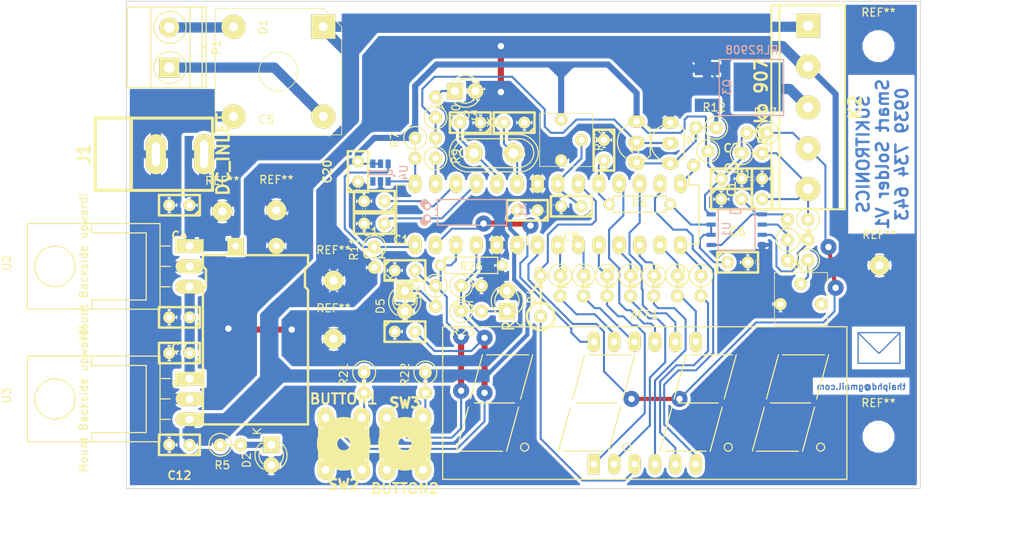
<source format=kicad_pcb>
(kicad_pcb (version 4) (host pcbnew 4.0.2-4+6225~38~ubuntu14.04.1-stable)
  (title_block (title "Soldering station for Hakko 907 iron") (date 2016-04-05) (rev 1) (company Home))
  (layers (0 F.Cu signal) (31 B.Cu signal) (34 B.Paste user hide) (35 F.Paste user hide) (36 B.SilkS user) (37 F.SilkS user) (38 B.Mask user hide) (39 F.Mask user) (44 Edge.Cuts user hide))
  (net 0 "")
  (net 1 /SENSOR)
  (net 2 GND)
  (net 3 +5V)
  (net 4 "Net-(C3-Pad2)")
  (net 5 +24V)
  (net 6 /TEMP_IN)
  (net 7 "Net-(C7-Pad1)")
  (net 8 /TEMP_ADJ)
  (net 9 "Net-(C11-Pad1)")
  (net 10 "Net-(C13-Pad1)")
  (net 11 /MCLR)
  (net 12 /OSC1)
  (net 13 /OSC2)
  (net 14 /UART-TX)
  (net 15 /UART-RX)
  (net 16 "Net-(D1-Pad2)")
  (net 17 "Net-(D1-Pad4)")
  (net 18 "Net-(D2-Pad1)")
  (net 19 "Net-(D3-Pad1)")
  (net 20 "Net-(D4-Pad1)")
  (net 21 "Net-(D5-Pad1)")
  (net 22 /A)
  (net 23 /B)
  (net 24 /C)
  (net 25 /D)
  (net 26 /E)
  (net 27 /F)
  (net 28 /G)
  (net 29 /DP)
  (net 30 /DIGIT_1)
  (net 31 /DIGIT_2)
  (net 32 /DIGIT_3)
  (net 33 /DIGIT_4)
  (net 34 "Net-(Q1-Pad2)")
  (net 35 "Net-(Q1-Pad1)")
  (net 36 "Net-(Q3-PadG)")
  (net 37 /HEATER)
  (net 38 "Net-(R2-Pad2)")
  (net 39 "Net-(R3-Pad1)")
  (net 40 "Net-(R3-Pad2)")
  (net 41 /SCL)
  (net 42 /HEAT_CTRL)
  (net 43 /SDA)
  (net 44 /PGD)
  (net 45 /PGC)
  (net 46 "Net-(R15-Pad1)")
  (net 47 "Net-(R16-Pad1)")
  (net 48 "Net-(R17-Pad1)")
  (net 49 "Net-(R18-Pad1)")
  (net 50 "Net-(R19-Pad1)")
  (net 51 "Net-(R20-Pad2)")
  (net 52 "Net-(R21-Pad2)")
  (net 53 "Net-(R22-Pad2)")
  (net 54 /HOLSTER)
  (net 55 "Net-(RV1-Pad3)")
  (net 56 /TMP_A)
  (net 57 /AN3)
  (module Wire_Pads:SolderWirePad_single_1mmDrill (layer F.Cu) (at 126.238 101.092)
    (fp_text reference REF** (at 0 -3.81) (layer F.SilkS))
    (fp_text value SolderWirePad_single_1mmDrill)
    (pad 1 thru_hole circle (at 0 0) (size 2.49936 2.49936) (drill 1.00076) (layers *.Cu *.Mask F.SilkS) (net 2 GND))
  )
  (module Wire_Pads:SolderWirePad_single_1mmDrill (layer F.Cu) (at 119.507 101.219)
    (fp_text reference REF** (at 0 -3.81) (layer F.SilkS))
    (fp_text value SolderWirePad_single_1mmDrill)
    (pad 1 thru_hole circle (at 0 0) (size 2.49936 2.49936) (drill 1.00076) (layers *.Cu *.Mask F.SilkS) (net 5 +24V))
  )
  (module Wire_Pads:SolderWirePad_single_1mmDrill (layer F.Cu) (at 133.35 117.094)
    (fp_text reference REF** (at 0 -3.81) (layer F.SilkS))
    (fp_text value SolderWirePad_single_1mmDrill)
    (pad 1 thru_hole circle (at 0 0) (size 2.49936 2.49936) (drill 1.00076) (layers *.Cu *.Mask F.SilkS) (net 2 GND))
  )
  (module Mounting_Holes:MountingHole_3.2mm_M3 (layer F.Cu) (at 201.168 129.286)
    (fp_text reference REF** (at 0 -4.2) (layer F.SilkS))
    (fp_text value MountingHole_3.2mm_M3)
    (pad 1 np_thru_hole circle (at 0 0) (size 3.2 3.2) (drill 3.2) (layers *.Cu *.Mask F.SilkS))
  )
  (module Terminal_blocks:4DIGIT_LED_DISPLAY_5461BS (layer F.Cu) (at 165.735 132.715)
    (fp_text reference AFF1 (at 6.35 -18.62) (layer F.SilkS))
    (fp_text value CA56-12)
    (pad 1 thru_hole rect (at 0 0) (size 1.524 2.54) (drill 0.8) (layers *.Cu *.Mask F.SilkS) (net 26 /E))
    (pad 2 thru_hole oval (at 2.54 0) (size 1.524 2.54) (drill 0.8) (layers *.Cu *.Mask F.SilkS) (net 25 /D))
    (pad 3 thru_hole oval (at 5.08 0) (size 1.524 2.54) (drill 0.8) (layers *.Cu *.Mask F.SilkS) (net 29 /DP))
    (pad 4 thru_hole oval (at 7.62 0) (size 1.524 2.54) (drill 0.8) (layers *.Cu *.Mask F.SilkS) (net 24 /C))
    (pad 5 thru_hole oval (at 10.16 0) (size 1.524 2.54) (drill 0.8) (layers *.Cu *.Mask F.SilkS) (net 28 /G))
    (pad 6 thru_hole oval (at 12.7 0) (size 1.524 2.54) (drill 0.8) (layers *.Cu *.Mask F.SilkS) (net 30 /DIGIT_1))
    (pad 9 thru_hole oval (at 7.62 -15.24) (size 1.524 2.54) (drill 0.8) (layers *.Cu *.Mask F.SilkS) (net 32 /DIGIT_3))
    (pad 8 thru_hole oval (at 10.16 -15.24) (size 1.524 2.54) (drill 0.8) (layers *.Cu *.Mask F.SilkS) (net 31 /DIGIT_2))
    (pad 12 thru_hole oval (at 0 -15.24) (size 1.524 2.54) (drill 0.8) (layers *.Cu *.Mask F.SilkS) (net 33 /DIGIT_4))
    (pad 11 thru_hole oval (at 2.54 -15.24) (size 1.524 2.54) (drill 0.8) (layers *.Cu *.Mask F.SilkS) (net 22 /A))
    (pad 7 thru_hole oval (at 12.7 -15.24) (size 1.524 2.54) (drill 0.8) (layers *.Cu *.Mask F.SilkS) (net 23 /B))
    (pad 10 thru_hole oval (at 5.08 -15.24) (size 1.524 2.54) (drill 0.8) (layers *.Cu *.Mask F.SilkS) (net 27 /F))
  )
  (module Terminal_blocks:dc_socket (layer F.Cu) (at 110.998 94.107 270)
    (fp_text reference J1 (at 0 8.6995 270) (layer F.SilkS) (effects (font (thickness 0.3048))))
    (fp_text value DC_INLET (at 0 -8.60044 270) (layer F.SilkS) (effects (font (thickness 0.3048))))
    (pad 2 thru_hole oval (at 0 -0.24892 270) (size 5 2.5) (drill oval 2.99974 1.00076) (layers *.Cu *.Mask F.SilkS) (net 2 GND))
    (pad 1 thru_hole oval (at 0 -6.25094 270) (size 5 2.5) (drill oval 3.50012 1.00076) (layers *.Cu *.Mask F.SilkS) (net 5 +24V))
  )
  (module Terminal_blocks:RV_DIP_3pin_Small (layer F.Cu) (at 188.976 112.776)
    (fp_text reference RV1 (at 2.54 -4.699) (layer F.SilkS))
    (fp_text value 10K)
    (pad 2 thru_hole circle (at 2.54 -2.54) (size 1.524 1.524) (drill 0.762) (layers *.Cu *.Mask F.SilkS) (net 39 "Net-(R3-Pad1)"))
    (pad 3 thru_hole circle (at 5.08 0) (size 1.524 1.524) (drill 0.762) (layers *.Cu *.Mask F.SilkS) (net 55 "Net-(RV1-Pad3)"))
    (pad 1 thru_hole circle (at 0 0) (size 1.524 1.524) (drill 0.762) (layers *.Cu *.Mask F.SilkS) (net 2 GND))
  )
  (module Terminal_blocks:RV_DIP_3pin_Small (layer F.Cu) (at 161.671 89.789 270)
    (fp_text reference RV2 (at 2.54 -4.699 270) (layer F.SilkS))
    (fp_text value 10K)
    (pad 2 thru_hole circle (at 2.54 -2.54 270) (size 1.524 1.524) (drill 0.762) (layers *.Cu *.Mask F.SilkS) (net 8 /TEMP_ADJ))
    (pad 3 thru_hole circle (at 5.08 0 270) (size 1.524 1.524) (drill 0.762) (layers *.Cu *.Mask F.SilkS) (net 2 GND))
    (pad 1 thru_hole circle (at 0 0 270) (size 1.524 1.524) (drill 0.762) (layers *.Cu *.Mask F.SilkS) (net 3 +5V))
  )
  (module Terminal_blocks:Diode_bridge_KPBC60xx (layer F.Cu) (at 132.08 78.232 270)
    (fp_text reference D1 (at 0 7.5 270) (layer F.SilkS))
    (fp_text value BRIDGE-6A)
    (pad 2 thru_hole circle (at 0 11.176 270) (size 3 3) (drill 1.1) (layers *.Cu *.Mask F.SilkS) (net 16 "Net-(D1-Pad2)"))
    (pad 1 thru_hole circle (at 11.176 11.176 270) (size 3 3) (drill 1.1) (layers *.Cu *.Mask F.SilkS) (net 2 GND))
    (pad 4 thru_hole circle (at 11.176 0 270) (size 3 3) (drill 1.1) (layers *.Cu *.Mask F.SilkS) (net 17 "Net-(D1-Pad4)"))
    (pad 3 thru_hole rect (at 0 0 270) (size 3 3) (drill 1.1) (layers *.Cu *.Mask F.SilkS) (net 5 +24V))
  )
  (module w_conn_screw:mors_5p (layer F.Cu) (at 192.405 88.265 270)
    (fp_text reference K2 (at 0 -5.842 270) (layer F.SilkS) (effects (font (thickness 0.3048))))
    (fp_text value "hakko 907" (at 0 5.842 270) (layer F.SilkS) (effects (font (thickness 0.3048))))
    (pad 1 thru_hole rect (at -10.16 0 270) (size 2.99974 2.99974) (drill 1.24968) (layers *.Cu *.Mask F.SilkS) (net 5 +24V))
    (pad 2 thru_hole circle (at -5.08 0 270) (size 2.99974 2.99974) (drill 1.24968) (layers *.Cu *.Mask F.SilkS) (net 2 GND))
    (pad 3 thru_hole circle (at 0 0 270) (size 2.99974 2.99974) (drill 1.24968) (layers *.Cu *.Mask F.SilkS) (net 37 /HEATER))
    (pad 4 thru_hole circle (at 5.08 0 270) (size 2.99974 2.99974) (drill 1.24968) (layers *.Cu *.Mask F.SilkS) (net 54 /HOLSTER))
    (pad 5 thru_hole circle (at 10.16 0 270) (size 2.99974 2.99974) (drill 1.24968) (layers *.Cu *.Mask F.SilkS) (net 1 /SENSOR))
  )
  (module Crystals:Crystal_HC50-U_Vertical (layer F.Cu) (at 153.289 93.98)
    (fp_text reference X2 (at 0 -3.81) (layer F.SilkS))
    (fp_text value 20Mhz)
    (pad 1 thru_hole oval (at -2.44094 0) (size 1.99898 2.49936) (drill 1.19888) (layers *.Cu *.Mask F.SilkS) (net 13 /OSC2))
    (pad 2 thru_hole oval (at 2.44094 0) (size 1.99898 2.49936) (drill 1.19888) (layers *.Cu *.Mask F.SilkS) (net 12 /OSC1))
  )
  (module Crystals:Crystal_Round_Horizontal_3mm_BigPad (layer B.Cu) (at 145.034 101.346 90)
    (fp_text reference X1 (at 0.24892 11.8491 90) (layer B.SilkS) (effects (justify mirror)))
    (fp_text value 32.768kHz)
    (pad 1 thru_hole oval (at -0.7493 0 45) (size 1.50114 1.00076) (drill 0.59944 (offset -0.29972 0)) (layers *.Cu *.Mask B.SilkS) (net 9 "Net-(C11-Pad1)"))
    (pad 2 thru_hole oval (at 0.7493 0 135) (size 1.50114 1.00076) (drill 0.59944 (offset 0.29972 0)) (layers *.Cu *.Mask B.SilkS) (net 10 "Net-(C13-Pad1)"))
  )
  (module Housings_DIP:DIP-28_W7.62mm_LongPads (layer F.Cu) (at 176.53 97.79 270)
    (fp_text reference U5 (at 0 -5.22 270) (layer F.SilkS))
    (fp_text value PIC16F876A)
    (pad 1 thru_hole oval (at 0 0 270) (size 2.3 1.6) (drill 0.8) (layers *.Cu *.Mask F.SilkS) (net 11 /MCLR))
    (pad 2 thru_hole oval (at 0 2.54 270) (size 2.3 1.6) (drill 0.8) (layers *.Cu *.Mask F.SilkS) (net 30 /DIGIT_1))
    (pad 3 thru_hole oval (at 0 5.08 270) (size 2.3 1.6) (drill 0.8) (layers *.Cu *.Mask F.SilkS) (net 31 /DIGIT_2))
    (pad 4 thru_hole oval (at 0 7.62 270) (size 2.3 1.6) (drill 0.8) (layers *.Cu *.Mask F.SilkS) (net 32 /DIGIT_3))
    (pad 5 thru_hole oval (at 0 10.16 270) (size 2.3 1.6) (drill 0.8) (layers *.Cu *.Mask F.SilkS) (net 57 /AN3))
    (pad 6 thru_hole oval (at 0 12.7 270) (size 2.3 1.6) (drill 0.8) (layers *.Cu *.Mask F.SilkS) (net 51 "Net-(R20-Pad2)"))
    (pad 7 thru_hole oval (at 0 15.24 270) (size 2.3 1.6) (drill 0.8) (layers *.Cu *.Mask F.SilkS) (net 8 /TEMP_ADJ))
    (pad 8 thru_hole oval (at 0 17.78 270) (size 2.3 1.6) (drill 0.8) (layers *.Cu *.Mask F.SilkS) (net 2 GND))
    (pad 9 thru_hole oval (at 0 20.32 270) (size 2.3 1.6) (drill 0.8) (layers *.Cu *.Mask F.SilkS) (net 12 /OSC1))
    (pad 10 thru_hole oval (at 0 22.86 270) (size 2.3 1.6) (drill 0.8) (layers *.Cu *.Mask F.SilkS) (net 13 /OSC2))
    (pad 11 thru_hole oval (at 0 25.4 270) (size 2.3 1.6) (drill 0.8) (layers *.Cu *.Mask F.SilkS) (net 9 "Net-(C11-Pad1)"))
    (pad 12 thru_hole oval (at 0 27.94 270) (size 2.3 1.6) (drill 0.8) (layers *.Cu *.Mask F.SilkS) (net 10 "Net-(C13-Pad1)"))
    (pad 13 thru_hole oval (at 0 30.48 270) (size 2.3 1.6) (drill 0.8) (layers *.Cu *.Mask F.SilkS) (net 42 /HEAT_CTRL))
    (pad 14 thru_hole oval (at 0 33.02 270) (size 2.3 1.6) (drill 0.8) (layers *.Cu *.Mask F.SilkS) (net 41 /SCL))
    (pad 15 thru_hole oval (at 7.62 33.02 270) (size 2.3 1.6) (drill 0.8) (layers *.Cu *.Mask F.SilkS) (net 43 /SDA))
    (pad 16 thru_hole oval (at 7.62 30.48 270) (size 2.3 1.6) (drill 0.8) (layers *.Cu *.Mask F.SilkS) (net 33 /DIGIT_4))
    (pad 17 thru_hole oval (at 7.62 27.94 270) (size 2.3 1.6) (drill 0.8) (layers *.Cu *.Mask F.SilkS) (net 14 /UART-TX))
    (pad 18 thru_hole oval (at 7.62 25.4 270) (size 2.3 1.6) (drill 0.8) (layers *.Cu *.Mask F.SilkS) (net 15 /UART-RX))
    (pad 19 thru_hole oval (at 7.62 22.86 270) (size 2.3 1.6) (drill 0.8) (layers *.Cu *.Mask F.SilkS) (net 2 GND))
    (pad 20 thru_hole oval (at 7.62 20.32 270) (size 2.3 1.6) (drill 0.8) (layers *.Cu *.Mask F.SilkS) (net 3 +5V))
    (pad 21 thru_hole oval (at 7.62 17.78 270) (size 2.3 1.6) (drill 0.8) (layers *.Cu *.Mask F.SilkS) (net 54 /HOLSTER))
    (pad 22 thru_hole oval (at 7.62 15.24 270) (size 2.3 1.6) (drill 0.8) (layers *.Cu *.Mask F.SilkS) (net 50 "Net-(R19-Pad1)"))
    (pad 23 thru_hole oval (at 7.62 12.7 270) (size 2.3 1.6) (drill 0.8) (layers *.Cu *.Mask F.SilkS) (net 49 "Net-(R18-Pad1)"))
    (pad 24 thru_hole oval (at 7.62 10.16 270) (size 2.3 1.6) (drill 0.8) (layers *.Cu *.Mask F.SilkS) (net 48 "Net-(R17-Pad1)"))
    (pad 25 thru_hole oval (at 7.62 7.62 270) (size 2.3 1.6) (drill 0.8) (layers *.Cu *.Mask F.SilkS) (net 47 "Net-(R16-Pad1)"))
    (pad 26 thru_hole oval (at 7.62 5.08 270) (size 2.3 1.6) (drill 0.8) (layers *.Cu *.Mask F.SilkS) (net 46 "Net-(R15-Pad1)"))
    (pad 27 thru_hole oval (at 7.62 2.54 270) (size 2.3 1.6) (drill 0.8) (layers *.Cu *.Mask F.SilkS) (net 45 /PGC))
    (pad 28 thru_hole oval (at 7.62 0 270) (size 2.3 1.6) (drill 0.8) (layers *.Cu *.Mask F.SilkS) (net 44 /PGD))
  )
  (module TO_SOT_Packages_SMD:SOT-23-6 (layer B.Cu) (at 139.192 96.393 90)
    (fp_text reference U4 (at 0 2.9 90) (layer B.SilkS) (effects (justify mirror)))
    (fp_text value TMP101)
    (pad 1 smd rect (at -1.1 0.95 90) (size 1.06 0.65) (layers B.Cu B.Paste B.Mask) (net 41 /SCL))
    (pad 2 smd rect (at -1.1 0 90) (size 1.06 0.65) (layers B.Cu B.Paste B.Mask) (net 2 GND))
    (pad 3 smd rect (at -1.1 -0.95 90) (size 1.06 0.65) (layers B.Cu B.Paste B.Mask) (net 56 /TMP_A))
    (pad 4 smd rect (at 1.1 -0.95 90) (size 1.06 0.65) (layers B.Cu B.Paste B.Mask) (net 3 +5V))
    (pad 6 smd rect (at 1.1 0.95 90) (size 1.06 0.65) (layers B.Cu B.Paste B.Mask) (net 43 /SDA))
    (pad 5 smd rect (at 1.1 0 90) (size 1.06 0.65) (layers B.Cu B.Paste B.Mask) (net 3 +5V))
  )
  (module SMD_Packages:SOIC-8-N (layer B.Cu) (at 183.515 103.505 270)
    (fp_text reference U1 (at 0 1.27 270) (layer B.SilkS) (effects (justify mirror)))
    (fp_text value LM358)
    (pad 8 smd rect (at -1.905 3.175 270) (size 0.508 1.143) (layers B.Cu B.Paste B.Mask) (net 3 +5V))
    (pad 7 smd rect (at -0.635 3.175 270) (size 0.508 1.143) (layers B.Cu B.Paste B.Mask) (net 6 /TEMP_IN))
    (pad 6 smd rect (at 0.635 3.175 270) (size 0.508 1.143) (layers B.Cu B.Paste B.Mask) (net 6 /TEMP_IN))
    (pad 5 smd rect (at 1.905 3.175 270) (size 0.508 1.143) (layers B.Cu B.Paste B.Mask) (net 4 "Net-(C3-Pad2)"))
    (pad 4 smd rect (at 1.905 -3.175 270) (size 0.508 1.143) (layers B.Cu B.Paste B.Mask) (net 2 GND))
    (pad 3 smd rect (at 0.635 -3.175 270) (size 0.508 1.143) (layers B.Cu B.Paste B.Mask) (net 38 "Net-(R2-Pad2)"))
    (pad 2 smd rect (at -0.635 -3.175 270) (size 0.508 1.143) (layers B.Cu B.Paste B.Mask) (net 40 "Net-(R3-Pad2)"))
    (pad 1 smd rect (at -1.905 -3.175 270) (size 0.508 1.143) (layers B.Cu B.Paste B.Mask) (net 4 "Net-(C3-Pad2)"))
  )
  (module SMD_Packages_by_Karl:DPAK-3_GDS (layer B.Cu) (at 182.245 85.725 90)
    (fp_text reference Q3 (at 0 0.09906 90) (layer B.SilkS) (effects (justify mirror)))
    (fp_text value IRLR2908 (at 4.59994 3.40106 360) (layer B.SilkS) (effects (justify mirror)))
    (pad G smd rect (at -2.286 -2.413 90) (size 1.651 3.048) (layers B.Cu B.Paste B.Mask) (net 36 "Net-(Q3-PadG)"))
    (pad D smd rect (at 0 3.937 90) (size 6.096 6.096) (layers B.Cu B.Paste B.Mask) (net 37 /HEATER))
    (pad S smd rect (at 2.286 -2.413 90) (size 1.651 3.048) (layers B.Cu B.Paste B.Mask) (net 2 GND))
  )
  (module Terminal_Blocks:TerminalBlock_Pheonix_MKDS1.5-2pol (layer F.Cu) (at 112.903 83.312 90)
    (fp_text reference P1 (at 2.5 5.9 90) (layer F.SilkS))
    (fp_text value 24VAC)
    (pad 1 thru_hole rect (at 0 0 90) (size 2.5 2.5) (drill 1.3) (layers *.Cu *.Mask F.SilkS) (net 17 "Net-(D1-Pad4)"))
    (pad 2 thru_hole circle (at 5 0 90) (size 2.5 2.5) (drill 1.3) (layers *.Cu *.Mask F.SilkS) (net 16 "Net-(D1-Pad2)"))
  )
  (module LEDs:LED-3MM (layer F.Cu) (at 142.24 111.125 270)
    (fp_text reference D5 (at 1.91 3.06 270) (layer F.SilkS))
    (fp_text value LED2)
    (fp_text user K (at -1.69 1.74 270) (layer F.SilkS))
    (pad 1 thru_hole rect (at 0 0) (size 2 2) (drill 1.00076) (layers *.Cu *.Mask F.SilkS) (net 21 "Net-(D5-Pad1)"))
    (pad 2 thru_hole circle (at 2.54 0 270) (size 2 2) (drill 1.00076) (layers *.Cu *.Mask F.SilkS) (net 2 GND))
  )
  (module LEDs:LED-3MM (layer F.Cu) (at 154.94 113.665 90)
    (fp_text reference D4 (at 1.91 3.06 90) (layer F.SilkS))
    (fp_text value LED1)
    (fp_text user K (at -1.69 1.74 90) (layer F.SilkS))
    (pad 1 thru_hole rect (at 0 0 180) (size 2 2) (drill 1.00076) (layers *.Cu *.Mask F.SilkS) (net 20 "Net-(D4-Pad1)"))
    (pad 2 thru_hole circle (at 2.54 0 90) (size 2 2) (drill 1.00076) (layers *.Cu *.Mask F.SilkS) (net 2 GND))
  )
  (module LEDs:LED-3MM (layer F.Cu) (at 148.463 86.233)
    (fp_text reference D3 (at 1.91 3.06) (layer F.SilkS))
    (fp_text value heat_en)
    (fp_text user K (at -1.69 1.74) (layer F.SilkS))
    (pad 1 thru_hole rect (at 0 0 90) (size 2 2) (drill 1.00076) (layers *.Cu *.Mask F.SilkS) (net 19 "Net-(D3-Pad1)"))
    (pad 2 thru_hole circle (at 2.54 0) (size 2 2) (drill 1.00076) (layers *.Cu *.Mask F.SilkS) (net 2 GND))
  )
  (module LEDs:LED-3MM (layer F.Cu) (at 125.603 130.302 270)
    (fp_text reference D2 (at 1.91 3.06 270) (layer F.SilkS))
    (fp_text value 5V_ON)
    (fp_text user K (at -1.69 1.74 270) (layer F.SilkS))
    (pad 1 thru_hole rect (at 0 0) (size 2 2) (drill 1.00076) (layers *.Cu *.Mask F.SilkS) (net 18 "Net-(D2-Pad1)"))
    (pad 2 thru_hole circle (at 2.54 0 270) (size 2 2) (drill 1.00076) (layers *.Cu *.Mask F.SilkS) (net 2 GND))
  )
  (module w_capacitors:cnp_3mm_disc (layer F.Cu) (at 136.398 96.266 90)
    (fp_text reference C20 (at 0 -3.81 90) (layer F.SilkS) (effects (font (size 1.016 1.016) (thickness 0.2032))))
    (fp_text value 104 hide)
    (pad 1 thru_hole circle (at -1.27 0 90) (size 1.50114 1.50114) (drill 0.8001) (layers *.Cu *.Mask F.SilkS) (net 2 GND))
    (pad 2 thru_hole circle (at 1.27 0 90) (size 1.50114 1.50114) (drill 0.8001) (layers *.Cu *.Mask F.SilkS) (net 3 +5V))
  )
  (module w_capacitors:cnp_3mm_disc (layer F.Cu) (at 142.24 116.205)
    (fp_text reference C19 (at 0 -3.81) (layer F.SilkS) (effects (font (size 1.016 1.016) (thickness 0.2032))))
    (fp_text value 104 hide)
    (pad 1 thru_hole circle (at -1.27 0) (size 1.50114 1.50114) (drill 0.8001) (layers *.Cu *.Mask F.SilkS) (net 2 GND))
    (pad 2 thru_hole circle (at 1.27 0) (size 1.50114 1.50114) (drill 0.8001) (layers *.Cu *.Mask F.SilkS) (net 15 /UART-RX))
  )
  (module w_capacitors:cnp_3mm_disc (layer F.Cu) (at 142.24 108.585)
    (fp_text reference C18 (at 0 -3.81) (layer F.SilkS) (effects (font (size 1.016 1.016) (thickness 0.2032))))
    (fp_text value 104 hide)
    (pad 1 thru_hole circle (at -1.27 0) (size 1.50114 1.50114) (drill 0.8001) (layers *.Cu *.Mask F.SilkS) (net 2 GND))
    (pad 2 thru_hole circle (at 1.27 0) (size 1.50114 1.50114) (drill 0.8001) (layers *.Cu *.Mask F.SilkS) (net 14 /UART-TX))
  )
  (module w_capacitors:cnp_3mm_disc (layer F.Cu) (at 157.48 101.092 180)
    (fp_text reference C17 (at 0 -3.81 180) (layer F.SilkS) (effects (font (size 1.016 1.016) (thickness 0.2032))))
    (fp_text value 104 hide)
    (pad 1 thru_hole circle (at -1.27 0 180) (size 1.50114 1.50114) (drill 0.8001) (layers *.Cu *.Mask F.SilkS) (net 2 GND))
    (pad 2 thru_hole circle (at 1.27 0 180) (size 1.50114 1.50114) (drill 0.8001) (layers *.Cu *.Mask F.SilkS) (net 3 +5V))
  )
  (module w_capacitors:cnp_3mm_disc (layer F.Cu) (at 150.368 90.17 180)
    (fp_text reference C16 (at 0 -3.81 180) (layer F.SilkS) (effects (font (size 1.016 1.016) (thickness 0.2032))))
    (fp_text value 22pF hide)
    (pad 1 thru_hole circle (at -1.27 0 180) (size 1.50114 1.50114) (drill 0.8001) (layers *.Cu *.Mask F.SilkS) (net 2 GND))
    (pad 2 thru_hole circle (at 1.27 0 180) (size 1.50114 1.50114) (drill 0.8001) (layers *.Cu *.Mask F.SilkS) (net 13 /OSC2))
  )
  (module w_capacitors:cnp_3mm_disc (layer F.Cu) (at 155.829 90.17 180)
    (fp_text reference C15 (at 0 -3.81 180) (layer F.SilkS) (effects (font (size 1.016 1.016) (thickness 0.2032))))
    (fp_text value 22pF hide)
    (pad 1 thru_hole circle (at -1.27 0 180) (size 1.50114 1.50114) (drill 0.8001) (layers *.Cu *.Mask F.SilkS) (net 2 GND))
    (pad 2 thru_hole circle (at 1.27 0 180) (size 1.50114 1.50114) (drill 0.8001) (layers *.Cu *.Mask F.SilkS) (net 12 /OSC1))
  )
  (module w_capacitors:cnp_3mm_disc (layer F.Cu) (at 138.43 99.949 180)
    (fp_text reference C13 (at 0 -3.81 180) (layer F.SilkS) (effects (font (size 1.016 1.016) (thickness 0.2032))))
    (fp_text value 22pF hide)
    (pad 1 thru_hole circle (at -1.27 0 180) (size 1.50114 1.50114) (drill 0.8001) (layers *.Cu *.Mask F.SilkS) (net 10 "Net-(C13-Pad1)"))
    (pad 2 thru_hole circle (at 1.27 0 180) (size 1.50114 1.50114) (drill 0.8001) (layers *.Cu *.Mask F.SilkS) (net 2 GND))
  )
  (module w_capacitors:cnp_3mm_disc (layer F.Cu) (at 114.173 130.302 180)
    (fp_text reference C12 (at 0 -3.81 180) (layer F.SilkS) (effects (font (size 1.016 1.016) (thickness 0.2032))))
    (fp_text value 0.1uF hide)
    (pad 1 thru_hole circle (at -1.27 0 180) (size 1.50114 1.50114) (drill 0.8001) (layers *.Cu *.Mask F.SilkS) (net 3 +5V))
    (pad 2 thru_hole circle (at 1.27 0 180) (size 1.50114 1.50114) (drill 0.8001) (layers *.Cu *.Mask F.SilkS) (net 2 GND))
  )
  (module w_capacitors:cnp_3mm_disc (layer F.Cu) (at 138.43 102.743 180)
    (fp_text reference C11 (at 0 -3.81 180) (layer F.SilkS) (effects (font (size 1.016 1.016) (thickness 0.2032))))
    (fp_text value 22pF hide)
    (pad 1 thru_hole circle (at -1.27 0 180) (size 1.50114 1.50114) (drill 0.8001) (layers *.Cu *.Mask F.SilkS) (net 9 "Net-(C11-Pad1)"))
    (pad 2 thru_hole circle (at 1.27 0 180) (size 1.50114 1.50114) (drill 0.8001) (layers *.Cu *.Mask F.SilkS) (net 2 GND))
  )
  (module w_capacitors:cnp_3mm_disc (layer F.Cu) (at 167.005 93.599 270)
    (fp_text reference C10 (at 0 -3.81 270) (layer F.SilkS) (effects (font (size 1.016 1.016) (thickness 0.2032))))
    (fp_text value 104 hide)
    (pad 1 thru_hole circle (at -1.27 0 270) (size 1.50114 1.50114) (drill 0.8001) (layers *.Cu *.Mask F.SilkS) (net 2 GND))
    (pad 2 thru_hole circle (at 1.27 0 270) (size 1.50114 1.50114) (drill 0.8001) (layers *.Cu *.Mask F.SilkS) (net 57 /AN3))
  )
  (module w_capacitors:cnp_3mm_disc (layer F.Cu) (at 114.173 118.872 180)
    (fp_text reference C9 (at 0 -3.81 180) (layer F.SilkS) (effects (font (size 1.016 1.016) (thickness 0.2032))))
    (fp_text value 0.1uF hide)
    (pad 1 thru_hole circle (at -1.27 0 180) (size 1.50114 1.50114) (drill 0.8001) (layers *.Cu *.Mask F.SilkS) (net 7 "Net-(C7-Pad1)"))
    (pad 2 thru_hole circle (at 1.27 0 180) (size 1.50114 1.50114) (drill 0.8001) (layers *.Cu *.Mask F.SilkS) (net 2 GND))
  )
  (module w_capacitors:cnp_3mm_disc (layer F.Cu) (at 162.941 100.584 180)
    (fp_text reference C8 (at 0 -3.81 180) (layer F.SilkS) (effects (font (size 1.016 1.016) (thickness 0.2032))))
    (fp_text value 104 hide)
    (pad 1 thru_hole circle (at -1.27 0 180) (size 1.50114 1.50114) (drill 0.8001) (layers *.Cu *.Mask F.SilkS) (net 8 /TEMP_ADJ))
    (pad 2 thru_hole circle (at 1.27 0 180) (size 1.50114 1.50114) (drill 0.8001) (layers *.Cu *.Mask F.SilkS) (net 2 GND))
  )
  (module w_capacitors:cnp_3mm_disc (layer F.Cu) (at 114.173 114.427 180)
    (fp_text reference C7 (at 0 -3.81 180) (layer F.SilkS) (effects (font (size 1.016 1.016) (thickness 0.2032))))
    (fp_text value 0.1uF hide)
    (pad 1 thru_hole circle (at -1.27 0 180) (size 1.50114 1.50114) (drill 0.8001) (layers *.Cu *.Mask F.SilkS) (net 7 "Net-(C7-Pad1)"))
    (pad 2 thru_hole circle (at 1.27 0 180) (size 1.50114 1.50114) (drill 0.8001) (layers *.Cu *.Mask F.SilkS) (net 2 GND))
  )
  (module w_capacitors:cnp_3mm_disc (layer F.Cu) (at 183.642 107.569)
    (fp_text reference C6 (at 0 -3.81) (layer F.SilkS) (effects (font (size 1.016 1.016) (thickness 0.2032))))
    (fp_text value 104 hide)
    (pad 1 thru_hole circle (at -1.27 0) (size 1.50114 1.50114) (drill 0.8001) (layers *.Cu *.Mask F.SilkS) (net 6 /TEMP_IN))
    (pad 2 thru_hole circle (at 1.27 0) (size 1.50114 1.50114) (drill 0.8001) (layers *.Cu *.Mask F.SilkS) (net 2 GND))
  )
  (module w_capacitors:cnp_3mm_disc (layer F.Cu) (at 114.173 100.457 180)
    (fp_text reference C4 (at 0 -3.81 180) (layer F.SilkS) (effects (font (size 1.016 1.016) (thickness 0.2032))))
    (fp_text value 104 hide)
    (pad 1 thru_hole circle (at -1.27 0 180) (size 1.50114 1.50114) (drill 0.8001) (layers *.Cu *.Mask F.SilkS) (net 5 +24V))
    (pad 2 thru_hole circle (at 1.27 0 180) (size 1.50114 1.50114) (drill 0.8001) (layers *.Cu *.Mask F.SilkS) (net 2 GND))
  )
  (module w_capacitors:cnp_3mm_disc (layer F.Cu) (at 182.88 99.695)
    (fp_text reference C3 (at 0 -3.81) (layer F.SilkS) (effects (font (size 1.016 1.016) (thickness 0.2032))))
    (fp_text value 104 hide)
    (pad 1 thru_hole circle (at -1.27 0) (size 1.50114 1.50114) (drill 0.8001) (layers *.Cu *.Mask F.SilkS) (net 2 GND))
    (pad 2 thru_hole circle (at 1.27 0) (size 1.50114 1.50114) (drill 0.8001) (layers *.Cu *.Mask F.SilkS) (net 4 "Net-(C3-Pad2)"))
  )
  (module w_capacitors:cnp_3mm_disc (layer F.Cu) (at 182.88 97.155)
    (fp_text reference C2 (at 0 -3.81) (layer F.SilkS) (effects (font (size 1.016 1.016) (thickness 0.2032))))
    (fp_text value 104 hide)
    (pad 1 thru_hole circle (at -1.27 0) (size 1.50114 1.50114) (drill 0.8001) (layers *.Cu *.Mask F.SilkS) (net 3 +5V))
    (pad 2 thru_hole circle (at 1.27 0) (size 1.50114 1.50114) (drill 0.8001) (layers *.Cu *.Mask F.SilkS) (net 2 GND))
  )
  (module w_capacitors:cnp_3mm_disc (layer F.Cu) (at 186.69 98.425 90)
    (fp_text reference C1 (at 0 -3.81 90) (layer F.SilkS) (effects (font (size 1.016 1.016) (thickness 0.2032))))
    (fp_text value 104 hide)
    (pad 1 thru_hole circle (at -1.27 0 90) (size 1.50114 1.50114) (drill 0.8001) (layers *.Cu *.Mask F.SilkS) (net 1 /SENSOR))
    (pad 2 thru_hole circle (at 1.27 0 90) (size 1.50114 1.50114) (drill 0.8001) (layers *.Cu *.Mask F.SilkS) (net 2 GND))
  )
  (module Discret:R3 (layer F.Cu) (at 171.45 100.33 180)
    (fp_text reference R6 (at 0 0.127 180) (layer F.SilkS))
    (fp_text value 1K)
    (pad 1 thru_hole circle (at -3.81 0 180) (size 1.397 1.397) (drill 0.8128) (layers *.Cu *.Mask F.SilkS) (net 6 /TEMP_IN))
    (pad 2 thru_hole circle (at 3.81 0 180) (size 1.397 1.397) (drill 0.8128) (layers *.Cu *.Mask F.SilkS) (net 57 /AN3))
  )
  (module TO_SOT_Packages_THT:TO-220_Neutral123_Horizontal_Reverse_LargePads (layer F.Cu) (at 115.443 108.077 90)
    (fp_text reference U2 (at 0.44958 -22.75078 90) (layer F.SilkS))
    (fp_text value LM7812)
    (fp_text user "Mount Backside upward!" (at 0 -13.208 90) (layer F.SilkS))
    (pad 2 thru_hole oval (at 0 0 180) (size 3.50012 1.69926) (drill 1) (layers *.Cu *.Mask F.SilkS) (net 2 GND))
    (pad 3 thru_hole oval (at -2.54 0 180) (size 3.50012 1.69926) (drill 1) (layers *.Cu *.Mask F.SilkS) (net 7 "Net-(C7-Pad1)"))
    (pad 1 thru_hole rect (at 2.54 0 180) (size 3.50012 1.69926) (drill 1) (layers *.Cu *.Mask F.SilkS) (net 5 +24V))
    (pad "" np_thru_hole circle (at 0 -16.764 180) (size 3.79984 3.79984) (drill 3.79984) (layers *.Cu *.Mask F.SilkS))
  )
  (module TO_SOT_Packages_THT:TO-220_Neutral123_Horizontal_Reverse_LargePads (layer F.Cu) (at 115.443 124.587 90)
    (fp_text reference U3 (at 0.44958 -22.75078 90) (layer F.SilkS))
    (fp_text value LM7805)
    (fp_text user "Mount Backside upward!" (at 0 -13.208 90) (layer F.SilkS))
    (pad 2 thru_hole oval (at 0 0 180) (size 3.50012 1.69926) (drill 1) (layers *.Cu *.Mask F.SilkS) (net 2 GND))
    (pad 3 thru_hole oval (at -2.54 0 180) (size 3.50012 1.69926) (drill 1) (layers *.Cu *.Mask F.SilkS) (net 3 +5V))
    (pad 1 thru_hole rect (at 2.54 0 180) (size 3.50012 1.69926) (drill 1.00076) (layers *.Cu *.Mask F.SilkS) (net 7 "Net-(C7-Pad1)"))
    (pad "" np_thru_hole circle (at 0 -16.764 180) (size 3.79984 3.79984) (drill 3.79984) (layers *.Cu *.Mask F.SilkS))
  )
  (module Terminal_blocks:C_Axial_D13_L21_P5 (layer F.Cu) (at 123.698 105.537)
    (fp_text reference C5 (at 1.27 -15.748) (layer F.SilkS))
    (fp_text value "100uF/ 25V")
    (pad 2 thru_hole circle (at 2.54 0) (size 2.032 2.032) (drill 0.8) (layers *.Cu *.Mask F.SilkS) (net 2 GND))
    (pad 1 thru_hole rect (at -2.54 0) (size 2.032 2.032) (drill 0.8) (layers *.Cu *.Mask F.SilkS) (net 5 +24V))
  )
  (module Terminal_blocks:PCB_PUSH_button (layer F.Cu) (at 134.62 130.175 180)
    (fp_text reference SW2 (at 0 -5.08 180) (layer F.SilkS) (effects (font (size 1.27 1.27) (thickness 0.3175))))
    (fp_text value BUTTON1 (at 0 5.588 180) (layer F.SilkS) (effects (font (size 1.27 1.27) (thickness 0.254))))
    (pad 1 thru_hole oval (at -2.25044 -3.2512 180) (size 2 2.5) (drill 1) (layers *.Cu *.Mask F.SilkS) (net 52 "Net-(R21-Pad2)"))
    (pad 2 thru_hole oval (at 2.25044 3.2512 180) (size 2 2.5) (drill 1) (layers *.Cu *.Mask F.SilkS) (net 15 /UART-RX))
    (pad 2 thru_hole oval (at 2.25044 -3.2512 180) (size 2 2.5) (drill 1) (layers *.Cu *.Mask F.SilkS) (net 15 /UART-RX))
    (pad 1 thru_hole oval (at -2.25044 3.2512 180) (size 2 2.5) (drill 1) (layers *.Cu *.Mask F.SilkS) (net 52 "Net-(R21-Pad2)"))
  )
  (module Terminal_blocks:PCB_PUSH_button (layer F.Cu) (at 142.24 130.175)
    (fp_text reference SW3 (at 0 -5.08) (layer F.SilkS) (effects (font (size 1.27 1.27) (thickness 0.3175))))
    (fp_text value BUTTON2 (at 0 5.588) (layer F.SilkS) (effects (font (size 1.27 1.27) (thickness 0.254))))
    (pad 1 thru_hole oval (at -2.25044 -3.2512) (size 2 2.5) (drill 1) (layers *.Cu *.Mask F.SilkS) (net 14 /UART-TX))
    (pad 2 thru_hole oval (at 2.25044 3.2512) (size 2 2.5) (drill 1) (layers *.Cu *.Mask F.SilkS) (net 53 "Net-(R22-Pad2)"))
    (pad 2 thru_hole oval (at 2.25044 -3.2512) (size 2 2.5) (drill 1) (layers *.Cu *.Mask F.SilkS) (net 53 "Net-(R22-Pad2)"))
    (pad 1 thru_hole oval (at -2.25044 3.2512) (size 2 2.5) (drill 1) (layers *.Cu *.Mask F.SilkS) (net 14 /UART-TX))
  )
  (module Discret:R3 (layer F.Cu) (at 150.495 107.95)
    (fp_text reference R26 (at 0 0.127) (layer F.SilkS))
    (fp_text value 10K)
    (pad 1 thru_hole circle (at -3.81 0) (size 1.397 1.397) (drill 0.8128) (layers *.Cu *.Mask F.SilkS) (net 14 /UART-TX))
    (pad 2 thru_hole circle (at 3.81 0) (size 1.397 1.397) (drill 0.8128) (layers *.Cu *.Mask F.SilkS) (net 2 GND))
  )
  (module Terminal_blocks:TO-92_Inline_Wide_Oval_pads (layer F.Cu) (at 175.26 95.25 90)
    (fp_text reference Q2 (at 0 -4 270) (layer F.SilkS))
    (fp_text value 2N3906)
    (pad 2 thru_hole oval (at 2.54 0 180) (size 2 1.52) (drill 0.8) (layers *.Cu *.Mask F.SilkS) (net 34 "Net-(Q1-Pad2)"))
    (pad 3 thru_hole oval (at 5.08 0 180) (size 2 1.52) (drill 0.8) (layers *.Cu *.Mask F.SilkS) (net 2 GND))
    (pad 1 thru_hole oval (at 0 0 180) (size 2 1.52) (drill 0.8) (layers *.Cu *.Mask F.SilkS) (net 35 "Net-(Q1-Pad1)"))
  )
  (module Terminal_blocks:TO-92_Inline_Wide_Oval_pads (layer F.Cu) (at 171.069 95.123 90)
    (fp_text reference Q1 (at 0 -4 270) (layer F.SilkS))
    (fp_text value 2N3904)
    (pad 2 thru_hole oval (at 2.54 0 180) (size 2 1.52) (drill 0.8) (layers *.Cu *.Mask F.SilkS) (net 34 "Net-(Q1-Pad2)"))
    (pad 3 thru_hole oval (at 5.08 0 180) (size 2 1.52) (drill 0.8) (layers *.Cu *.Mask F.SilkS) (net 3 +5V))
    (pad 1 thru_hole oval (at 0 0 180) (size 2 1.52) (drill 0.8) (layers *.Cu *.Mask F.SilkS) (net 35 "Net-(Q1-Pad1)"))
  )
  (module Terminal_blocks:R1_vert (layer F.Cu) (at 138.43 106.934 270)
    (fp_text reference R11 (at -1.016 2.54 270) (layer F.SilkS))
    (fp_text value 4.7K)
    (pad 1 thru_hole circle (at -1.27 0 270) (size 1.6 1.6) (drill 0.8) (layers *.Cu *.Mask F.SilkS) (net 43 /SDA))
    (pad 2 thru_hole circle (at 1.27 0 270) (size 1.6 1.6) (drill 0.8) (layers *.Cu *.Mask F.SilkS) (net 3 +5V))
  )
  (module Terminal_blocks:R1_vert (layer F.Cu) (at 186.055 91.44 180)
    (fp_text reference R27 (at -1.016 2.54 180) (layer F.SilkS))
    (fp_text value 100K)
    (pad 1 thru_hole circle (at -1.27 0 180) (size 1.6 1.6) (drill 0.8) (layers *.Cu *.Mask F.SilkS) (net 54 /HOLSTER))
    (pad 2 thru_hole circle (at 1.27 0 180) (size 1.6 1.6) (drill 0.8) (layers *.Cu *.Mask F.SilkS) (net 3 +5V))
  )
  (module Terminal_blocks:R1_vert (layer F.Cu) (at 150.495 110.49)
    (fp_text reference R25 (at -1.016 2.54) (layer F.SilkS))
    (fp_text value 10K)
    (pad 1 thru_hole circle (at -1.27 0) (size 1.6 1.6) (drill 0.8) (layers *.Cu *.Mask F.SilkS) (net 15 /UART-RX))
    (pad 2 thru_hole circle (at 1.27 0) (size 1.6 1.6) (drill 0.8) (layers *.Cu *.Mask F.SilkS) (net 2 GND))
  )
  (module Terminal_blocks:R1_vert (layer F.Cu) (at 146.05 111.76 270)
    (fp_text reference R24 (at -1.016 2.54 270) (layer F.SilkS))
    (fp_text value 1.5K)
    (pad 1 thru_hole circle (at -1.27 0 270) (size 1.6 1.6) (drill 0.8) (layers *.Cu *.Mask F.SilkS) (net 14 /UART-TX))
    (pad 2 thru_hole circle (at 1.27 0 270) (size 1.6 1.6) (drill 0.8) (layers *.Cu *.Mask F.SilkS) (net 21 "Net-(D5-Pad1)"))
  )
  (module Terminal_blocks:R1_vert (layer F.Cu) (at 150.495 113.665)
    (fp_text reference R23 (at -1.016 2.54) (layer F.SilkS))
    (fp_text value 1.5K)
    (pad 1 thru_hole circle (at -1.27 0) (size 1.6 1.6) (drill 0.8) (layers *.Cu *.Mask F.SilkS) (net 15 /UART-RX))
    (pad 2 thru_hole circle (at 1.27 0) (size 1.6 1.6) (drill 0.8) (layers *.Cu *.Mask F.SilkS) (net 20 "Net-(D4-Pad1)"))
  )
  (module Terminal_blocks:R1_vert (layer F.Cu) (at 144.78 122.555 270)
    (fp_text reference R22 (at -1.016 2.54 270) (layer F.SilkS))
    (fp_text value 560)
    (pad 1 thru_hole circle (at -1.27 0 270) (size 1.6 1.6) (drill 0.8) (layers *.Cu *.Mask F.SilkS) (net 3 +5V))
    (pad 2 thru_hole circle (at 1.27 0 270) (size 1.6 1.6) (drill 0.8) (layers *.Cu *.Mask F.SilkS) (net 53 "Net-(R22-Pad2)"))
  )
  (module Terminal_blocks:R1_vert (layer F.Cu) (at 137.16 122.555 270)
    (fp_text reference R21 (at -1.016 2.54 270) (layer F.SilkS))
    (fp_text value 560)
    (pad 1 thru_hole circle (at -1.27 0 270) (size 1.6 1.6) (drill 0.8) (layers *.Cu *.Mask F.SilkS) (net 3 +5V))
    (pad 2 thru_hole circle (at 1.27 0 270) (size 1.6 1.6) (drill 0.8) (layers *.Cu *.Mask F.SilkS) (net 52 "Net-(R21-Pad2)"))
  )
  (module Terminal_blocks:R1_vert (layer F.Cu) (at 161.544 110.49 270)
    (fp_text reference R19 (at -1.016 2.54 270) (layer F.SilkS))
    (fp_text value 1.5K)
    (pad 1 thru_hole circle (at -1.27 0 270) (size 1.6 1.6) (drill 0.8) (layers *.Cu *.Mask F.SilkS) (net 50 "Net-(R19-Pad1)"))
    (pad 2 thru_hole circle (at 1.27 0 270) (size 1.6 1.6) (drill 0.8) (layers *.Cu *.Mask F.SilkS) (net 22 /A))
  )
  (module Terminal_blocks:R1_vert (layer F.Cu) (at 164.465 110.49 270)
    (fp_text reference R18 (at -1.016 2.54 270) (layer F.SilkS))
    (fp_text value 1.5K)
    (pad 1 thru_hole circle (at -1.27 0 270) (size 1.6 1.6) (drill 0.8) (layers *.Cu *.Mask F.SilkS) (net 49 "Net-(R18-Pad1)"))
    (pad 2 thru_hole circle (at 1.27 0 270) (size 1.6 1.6) (drill 0.8) (layers *.Cu *.Mask F.SilkS) (net 27 /F))
  )
  (module Terminal_blocks:R1_vert (layer F.Cu) (at 167.386 110.49 270)
    (fp_text reference R17 (at -1.016 2.54 270) (layer F.SilkS))
    (fp_text value 1.5K)
    (pad 1 thru_hole circle (at -1.27 0 270) (size 1.6 1.6) (drill 0.8) (layers *.Cu *.Mask F.SilkS) (net 48 "Net-(R17-Pad1)"))
    (pad 2 thru_hole circle (at 1.27 0 270) (size 1.6 1.6) (drill 0.8) (layers *.Cu *.Mask F.SilkS) (net 26 /E))
  )
  (module Terminal_blocks:R1_vert (layer F.Cu) (at 170.307 110.49 270)
    (fp_text reference R16 (at -1.016 2.54 270) (layer F.SilkS))
    (fp_text value 1.5K)
    (pad 1 thru_hole circle (at -1.27 0 270) (size 1.6 1.6) (drill 0.8) (layers *.Cu *.Mask F.SilkS) (net 47 "Net-(R16-Pad1)"))
    (pad 2 thru_hole circle (at 1.27 0 270) (size 1.6 1.6) (drill 0.8) (layers *.Cu *.Mask F.SilkS) (net 25 /D))
  )
  (module Terminal_blocks:R1_vert (layer F.Cu) (at 173.228 110.49 270)
    (fp_text reference R15 (at -1.016 2.54 270) (layer F.SilkS))
    (fp_text value 1.5K)
    (pad 1 thru_hole circle (at -1.27 0 270) (size 1.6 1.6) (drill 0.8) (layers *.Cu *.Mask F.SilkS) (net 46 "Net-(R15-Pad1)"))
    (pad 2 thru_hole circle (at 1.27 0 270) (size 1.6 1.6) (drill 0.8) (layers *.Cu *.Mask F.SilkS) (net 24 /C))
  )
  (module Terminal_blocks:R1_vert (layer F.Cu) (at 176.149 110.49 270)
    (fp_text reference R14 (at -1.016 2.54 270) (layer F.SilkS))
    (fp_text value 1.5K)
    (pad 1 thru_hole circle (at -1.27 0 270) (size 1.6 1.6) (drill 0.8) (layers *.Cu *.Mask F.SilkS) (net 45 /PGC))
    (pad 2 thru_hole circle (at 1.27 0 270) (size 1.6 1.6) (drill 0.8) (layers *.Cu *.Mask F.SilkS) (net 23 /B))
  )
  (module Terminal_blocks:R1_vert (layer F.Cu) (at 179.07 110.49 270)
    (fp_text reference R13 (at -1.016 2.54 270) (layer F.SilkS))
    (fp_text value 1.5K)
    (pad 1 thru_hole circle (at -1.27 0 270) (size 1.6 1.6) (drill 0.8) (layers *.Cu *.Mask F.SilkS) (net 44 /PGD))
    (pad 2 thru_hole circle (at 1.27 0 270) (size 1.6 1.6) (drill 0.8) (layers *.Cu *.Mask F.SilkS) (net 28 /G))
  )
  (module Terminal_blocks:R1_vert (layer F.Cu) (at 179.705 90.805 180)
    (fp_text reference R12 (at -1.016 2.54 180) (layer F.SilkS))
    (fp_text value 22R)
    (pad 1 thru_hole circle (at -1.27 0 180) (size 1.6 1.6) (drill 0.8) (layers *.Cu *.Mask F.SilkS) (net 36 "Net-(Q3-PadG)"))
    (pad 2 thru_hole circle (at 1.27 0 180) (size 1.6 1.6) (drill 0.8) (layers *.Cu *.Mask F.SilkS) (net 35 "Net-(Q1-Pad1)"))
  )
  (module Terminal_blocks:R1_vert (layer F.Cu) (at 146.05 93.345 90)
    (fp_text reference R9 (at -1.016 2.54 90) (layer F.SilkS))
    (fp_text value 560)
    (pad 1 thru_hole circle (at -1.27 0 90) (size 1.6 1.6) (drill 0.8) (layers *.Cu *.Mask F.SilkS) (net 42 /HEAT_CTRL))
    (pad 2 thru_hole circle (at 1.27 0 90) (size 1.6 1.6) (drill 0.8) (layers *.Cu *.Mask F.SilkS) (net 34 "Net-(Q1-Pad2)"))
  )
  (module Terminal_blocks:R1_vert (layer F.Cu) (at 179.07 94.615 225)
    (fp_text reference R8 (at -1.016 2.54 225) (layer F.SilkS))
    (fp_text value 10K)
    (pad 1 thru_hole circle (at -1.27 0 225) (size 1.6 1.6) (drill 0.8) (layers *.Cu *.Mask F.SilkS) (net 3 +5V))
    (pad 2 thru_hole circle (at 1.27 0 225) (size 1.6 1.6) (drill 0.8) (layers *.Cu *.Mask F.SilkS) (net 11 /MCLR))
  )
  (module Terminal_blocks:R1_vert (layer F.Cu) (at 143.51 93.345 270)
    (fp_text reference R7 (at -1.016 2.54 270) (layer F.SilkS))
    (fp_text value 4.7K)
    (pad 1 thru_hole circle (at -1.27 0 270) (size 1.6 1.6) (drill 0.8) (layers *.Cu *.Mask F.SilkS) (net 3 +5V))
    (pad 2 thru_hole circle (at 1.27 0 270) (size 1.6 1.6) (drill 0.8) (layers *.Cu *.Mask F.SilkS) (net 41 /SCL))
  )
  (module Terminal_blocks:R1_vert (layer F.Cu) (at 120.523 130.302)
    (fp_text reference R5 (at -1.016 2.54) (layer F.SilkS))
    (fp_text value 1.5K)
    (pad 1 thru_hole circle (at -1.27 0) (size 1.6 1.6) (drill 0.8) (layers *.Cu *.Mask F.SilkS) (net 3 +5V))
    (pad 2 thru_hole circle (at 1.27 0) (size 1.6 1.6) (drill 0.8) (layers *.Cu *.Mask F.SilkS) (net 18 "Net-(D2-Pad1)"))
  )
  (module Terminal_blocks:R1_vert (layer F.Cu) (at 189.865 103.505 90)
    (fp_text reference R4 (at -1.016 2.54 90) (layer F.SilkS))
    (fp_text value 10K)
    (pad 1 thru_hole circle (at -1.27 0 90) (size 1.6 1.6) (drill 0.8) (layers *.Cu *.Mask F.SilkS) (net 40 "Net-(R3-Pad2)"))
    (pad 2 thru_hole circle (at 1.27 0 90) (size 1.6 1.6) (drill 0.8) (layers *.Cu *.Mask F.SilkS) (net 4 "Net-(C3-Pad2)"))
  )
  (module Terminal_blocks:R1_vert (layer F.Cu) (at 191.135 107.315 180)
    (fp_text reference R3 (at -1.016 2.54 180) (layer F.SilkS))
    (fp_text value 1K)
    (pad 1 thru_hole circle (at -1.27 0 180) (size 1.6 1.6) (drill 0.8) (layers *.Cu *.Mask F.SilkS) (net 39 "Net-(R3-Pad1)"))
    (pad 2 thru_hole circle (at 1.27 0 180) (size 1.6 1.6) (drill 0.8) (layers *.Cu *.Mask F.SilkS) (net 40 "Net-(R3-Pad2)"))
  )
  (module Terminal_blocks:R1_vert (layer F.Cu) (at 192.405 103.505 270)
    (fp_text reference R2 (at -1.016 2.54 270) (layer F.SilkS))
    (fp_text value 10K)
    (pad 1 thru_hole circle (at -1.27 0 270) (size 1.6 1.6) (drill 0.8) (layers *.Cu *.Mask F.SilkS) (net 1 /SENSOR))
    (pad 2 thru_hole circle (at 1.27 0 270) (size 1.6 1.6) (drill 0.8) (layers *.Cu *.Mask F.SilkS) (net 38 "Net-(R2-Pad2)"))
  )
  (module Terminal_blocks:R1_vert (layer F.Cu) (at 185.42 93.98)
    (fp_text reference R1 (at -1.016 2.54) (layer F.SilkS))
    (fp_text value 1.5K)
    (pad 1 thru_hole circle (at -1.27 0) (size 1.6 1.6) (drill 0.8) (layers *.Cu *.Mask F.SilkS) (net 3 +5V))
    (pad 2 thru_hole circle (at 1.27 0) (size 1.6 1.6) (drill 0.8) (layers *.Cu *.Mask F.SilkS) (net 1 /SENSOR))
  )
  (module Terminal_blocks:R1_vert (layer F.Cu) (at 146.05 88.265 90)
    (fp_text reference R10 (at -1.016 2.54 90) (layer F.SilkS))
    (fp_text value 2.7K)
    (pad 1 thru_hole circle (at -1.27 0 90) (size 1.6 1.6) (drill 0.8) (layers *.Cu *.Mask F.SilkS) (net 34 "Net-(Q1-Pad2)"))
    (pad 2 thru_hole circle (at 1.27 0 90) (size 1.6 1.6) (drill 0.8) (layers *.Cu *.Mask F.SilkS) (net 19 "Net-(D3-Pad1)"))
  )
  (module Terminal_blocks:R2_vert (layer F.Cu) (at 159.131 114.3 90)
    (fp_text reference R20 (at 0 -4.0005 90) (layer F.SilkS) (effects (font (size 1.397 1.27) (thickness 0.2032))))
    (fp_text value 1.5K hide)
    (pad 1 thru_hole circle (at 0 0 90) (size 1.6 1.6) (drill 0.8) (layers *.Cu *.Mask F.SilkS) (net 29 /DP))
    (pad 2 thru_hole circle (at 5.08 0 90) (size 1.6 1.6) (drill 0.8) (layers *.Cu *.Mask F.SilkS) (net 51 "Net-(R20-Pad2)"))
  )
  (module Mounting_Holes:MountingHole_3.2mm_M3 (layer F.Cu) (at 201.168 80.645)
    (fp_text reference REF** (at 0 -4.2) (layer F.SilkS))
    (fp_text value MountingHole_3.2mm_M3)
    (pad 1 np_thru_hole circle (at 0 0) (size 3.2 3.2) (drill 3.2) (layers *.Cu *.Mask F.SilkS))
  )
  (module Wire_Pads:SolderWirePad_single_1mmDrill (layer F.Cu) (at 201.295 107.95)
    (fp_text reference REF** (at 0 -3.81) (layer F.SilkS))
    (fp_text value SolderWirePad_single_1mmDrill)
    (pad 1 thru_hole circle (at 0 0) (size 2.49936 2.49936) (drill 1.00076) (layers *.Cu *.Mask F.SilkS) (net 2 GND))
  )
  (module Wire_Pads:SolderWirePad_single_1mmDrill (layer F.Cu) (at 133.35 109.855)
    (fp_text reference REF** (at 0 -3.81) (layer F.SilkS))
    (fp_text value SolderWirePad_single_1mmDrill)
    (pad 1 thru_hole circle (at 0 0) (size 2.49936 2.49936) (drill 1.00076) (layers *.Cu *.Mask F.SilkS) (net 3 +5V))
  )
  (gr_text thaiphd@gmail.com (at 199.009 123.063) (layer B.Cu) (effects (font (size 0.762 0.762) (thickness 0.1524)) (justify mirror)))
  (gr_text "SUKITRONICS\nSmart Solder V1\n0939 734 643" (at 201.676 94.107 90) (layer B.Cu) (effects (font (size 1.5 1.5) (thickness 0.3)) (justify mirror)))
  (gr_line (start 107.569 135.763) (end 107.569 134.874) (angle 90) (layer Edge.Cuts) (width 0.1))
  (gr_line (start 107.696 135.763) (end 107.569 135.763) (angle 90) (layer Edge.Cuts) (width 0.1))
  (gr_line (start 206.375 135.763) (end 107.696 135.763) (angle 90) (layer Edge.Cuts) (width 0.1))
  (gr_line (start 206.375 134.874) (end 206.375 135.763) (angle 90) (layer Edge.Cuts) (width 0.1))
  (gr_line (start 107.569 134.874) (end 107.569 75.057) (angle 90) (layer Edge.Cuts) (width 0.1))
  (gr_line (start 206.375 75.057) (end 206.375 134.874) (angle 90) (layer Edge.Cuts) (width 0.1))
  (gr_line (start 107.569 75.057) (end 206.375 75.057) (angle 90) (layer Edge.Cuts) (width 0.1))
  (segment (start 203.835 116.332) (end 201.295 118.872) (width 0.1524) (layer B.Cu) (net 0))
  (segment (start 201.295 118.872) (end 201.168 118.872) (width 0.1524) (layer B.Cu) (net 0))
  (segment (start 201.168 118.872) (end 198.628 116.332) (width 0.1524) (layer B.Cu) (net 0))
  (segment (start 203.835 116.332) (end 198.628 116.332) (width 0.1524) (layer B.Cu) (net 0))
  (segment (start 198.628 120.142) (end 198.628 116.332) (width 0.1524) (layer B.Cu) (net 0))
  (segment (start 203.835 120.142) (end 198.628 120.142) (width 0.1524) (layer B.Cu) (net 0))
  (segment (start 203.835 120.142) (end 203.835 120.142) (width 0.1524) (layer B.Cu) (net 0))
  (segment (start 203.835 116.332) (end 203.835 120.142) (width 0.1524) (layer B.Cu) (net 0))
  (segment (start 192.405 98.425) (end 192.405 97.917) (width 0.254) (layer B.Cu) (net 1))
  (segment (start 192.405 97.917) (end 188.468 93.98) (width 0.254) (layer B.Cu) (net 1))
  (segment (start 188.468 93.98) (end 186.69 93.98) (width 0.254) (layer B.Cu) (net 1))
  (segment (start 192.405 102.235) (end 192.405 98.425) (width 0.254) (layer B.Cu) (net 1))
  (segment (start 192.405 98.425) (end 191.135 99.695) (width 0.254) (layer B.Cu) (net 1))
  (segment (start 191.135 99.695) (end 186.69 99.695) (width 0.254) (layer B.Cu) (net 1))
  (segment (start 119.253 108.077) (end 119.253 115.062) (width 0.762) (layer B.Cu) (net 2))
  (segment (start 128.397 116.205) (end 140.97 116.205) (width 0.762) (layer B.Cu) (net 2))
  (segment (start 128.143 115.951) (end 128.397 116.205) (width 0.762) (layer B.Cu) (net 2))
  (via (at 128.143 115.951) (size 2) (drill 0.8) (layers F.Cu B.Cu) (net 2))
  (segment (start 120.396 115.951) (end 128.143 115.951) (width 0.762) (layer F.Cu) (net 2))
  (segment (start 120.269 115.824) (end 120.396 115.951) (width 0.762) (layer F.Cu) (net 2))
  (via (at 120.269 115.824) (size 2) (drill 0.8) (layers F.Cu B.Cu) (net 2))
  (segment (start 120.015 115.824) (end 120.269 115.824) (width 0.762) (layer B.Cu) (net 2))
  (segment (start 119.253 115.062) (end 120.015 115.824) (width 0.762) (layer B.Cu) (net 2))
  (segment (start 136.652 91.313) (end 140.208 87.757) (width 1.27) (layer B.Cu) (net 2))
  (segment (start 126.238 101.727) (end 136.652 91.313) (width 1.27) (layer B.Cu) (net 2))
  (segment (start 126.238 105.537) (end 126.238 101.727) (width 1.27) (layer B.Cu) (net 2))
  (segment (start 144.272 80.645) (end 154.178 80.645) (width 1.27) (layer B.Cu) (net 2))
  (segment (start 140.208 84.709) (end 144.272 80.645) (width 1.27) (layer B.Cu) (net 2))
  (segment (start 140.208 87.757) (end 140.208 84.709) (width 1.27) (layer B.Cu) (net 2))
  (segment (start 111.24692 94.107) (end 111.24692 90.68308) (width 1.27) (layer B.Cu) (net 2))
  (segment (start 111.24692 90.68308) (end 112.522 89.408) (width 1.27) (layer B.Cu) (net 2))
  (segment (start 112.522 89.408) (end 120.904 89.408) (width 1.27) (layer B.Cu) (net 2))
  (segment (start 111.24692 93.85808) (end 111.24692 94.107) (width 1.27) (layer B.Cu) (net 2))
  (segment (start 115.443 108.077) (end 119.253 108.077) (width 1.27) (layer B.Cu) (net 2))
  (segment (start 119.253 108.077) (end 123.698 108.077) (width 1.27) (layer B.Cu) (net 2))
  (segment (start 123.698 108.077) (end 126.238 105.537) (width 1.27) (layer B.Cu) (net 2))
  (segment (start 115.443 124.587) (end 111.24692 124.587) (width 1.27) (layer B.Cu) (net 2))
  (segment (start 111.506 124.46) (end 111.24692 124.46) (width 1.27) (layer B.Cu) (net 2))
  (segment (start 111.37392 124.46) (end 111.506 124.46) (width 1.27) (layer B.Cu) (net 2))
  (segment (start 111.24692 124.587) (end 111.37392 124.46) (width 1.27) (layer B.Cu) (net 2))
  (segment (start 115.443 108.077) (end 111.379 108.077) (width 1.27) (layer B.Cu) (net 2))
  (segment (start 111.379 108.077) (end 111.24692 108.20908) (width 1.27) (layer B.Cu) (net 2))
  (segment (start 112.903 130.302) (end 111.24692 130.302) (width 1.27) (layer B.Cu) (net 2))
  (segment (start 111.633 130.429) (end 111.24692 130.429) (width 1.27) (layer B.Cu) (net 2))
  (segment (start 111.37392 130.429) (end 111.633 130.429) (width 1.27) (layer B.Cu) (net 2))
  (segment (start 111.24692 130.302) (end 111.37392 130.429) (width 1.27) (layer B.Cu) (net 2))
  (segment (start 112.903 118.872) (end 111.24692 118.872) (width 1.27) (layer B.Cu) (net 2))
  (segment (start 111.24692 118.872) (end 111.379 118.872) (width 1.27) (layer B.Cu) (net 2))
  (segment (start 111.379 118.872) (end 111.24692 118.872) (width 1.27) (layer B.Cu) (net 2))
  (segment (start 112.903 114.427) (end 111.24692 114.427) (width 1.27) (layer B.Cu) (net 2))
  (segment (start 111.379 114.173) (end 111.24692 114.173) (width 1.27) (layer B.Cu) (net 2))
  (segment (start 111.379 114.29492) (end 111.379 114.173) (width 1.27) (layer B.Cu) (net 2))
  (segment (start 111.24692 114.427) (end 111.379 114.29492) (width 1.27) (layer B.Cu) (net 2))
  (segment (start 112.903 100.457) (end 111.24692 100.457) (width 1.27) (layer B.Cu) (net 2))
  (segment (start 111.24692 100.457) (end 111.252 100.457) (width 1.27) (layer B.Cu) (net 2))
  (segment (start 111.252 100.457) (end 111.24692 100.457) (width 1.27) (layer B.Cu) (net 2))
  (segment (start 111.24692 94.107) (end 111.24692 100.457) (width 1.27) (layer B.Cu) (net 2))
  (segment (start 111.24692 100.457) (end 111.24692 108.20908) (width 1.27) (layer B.Cu) (net 2))
  (segment (start 111.24692 108.20908) (end 111.24692 114.173) (width 1.27) (layer B.Cu) (net 2))
  (segment (start 111.24692 114.173) (end 111.24692 118.872) (width 1.27) (layer B.Cu) (net 2))
  (segment (start 111.24692 118.872) (end 111.24692 124.46) (width 1.27) (layer B.Cu) (net 2))
  (segment (start 111.24692 124.46) (end 111.24692 130.429) (width 1.27) (layer B.Cu) (net 2))
  (segment (start 111.24692 130.429) (end 111.24692 131.43992) (width 1.27) (layer B.Cu) (net 2))
  (segment (start 111.24692 131.43992) (end 112.649 132.842) (width 1.27) (layer B.Cu) (net 2))
  (segment (start 112.649 132.842) (end 125.603 132.842) (width 1.27) (layer B.Cu) (net 2))
  (segment (start 195.834 86.614) (end 192.405 83.185) (width 0.762) (layer B.Cu) (net 2))
  (segment (start 195.834 103.632) (end 195.834 86.614) (width 0.762) (layer B.Cu) (net 2))
  (segment (start 196.596 104.394) (end 195.834 103.632) (width 0.762) (layer B.Cu) (net 2))
  (segment (start 196.596 107.061) (end 196.596 104.394) (width 0.762) (layer B.Cu) (net 2))
  (segment (start 194.056 109.601) (end 196.596 107.061) (width 0.762) (layer B.Cu) (net 2))
  (segment (start 194.056 110.236) (end 194.056 109.601) (width 0.762) (layer B.Cu) (net 2))
  (segment (start 154.178 86.36) (end 151.13 86.36) (width 0.508) (layer B.Cu) (net 2))
  (segment (start 151.13 86.36) (end 151.003 86.233) (width 0.508) (layer B.Cu) (net 2))
  (segment (start 157.099 90.17) (end 157.099 89.281) (width 0.508) (layer B.Cu) (net 2))
  (segment (start 154.178 80.645) (end 153.797 80.645) (width 0.508) (layer B.Cu) (net 2))
  (segment (start 153.797 80.645) (end 167.513 80.645) (width 1.27) (layer B.Cu) (net 2))
  (via (at 154.178 80.645) (size 2) (drill 0.8) (layers F.Cu B.Cu) (net 2))
  (segment (start 154.178 86.36) (end 154.178 80.645) (width 0.762) (layer F.Cu) (net 2))
  (via (at 154.178 86.36) (size 2) (drill 0.8) (layers F.Cu B.Cu) (net 2))
  (segment (start 157.099 89.281) (end 154.178 86.36) (width 0.508) (layer B.Cu) (net 2))
  (segment (start 157.099 90.17) (end 157.099 90.297) (width 0.508) (layer B.Cu) (net 2))
  (segment (start 157.099 90.297) (end 161.671 94.869) (width 0.508) (layer B.Cu) (net 2))
  (segment (start 158.75 97.79) (end 158.75 96.139) (width 0.508) (layer B.Cu) (net 2))
  (segment (start 158.75 96.139) (end 160.02 94.869) (width 0.508) (layer B.Cu) (net 2))
  (segment (start 136.398 97.536) (end 136.398 99.187) (width 0.254) (layer B.Cu) (net 2))
  (segment (start 136.398 99.187) (end 137.16 99.949) (width 0.254) (layer B.Cu) (net 2))
  (segment (start 137.16 102.743) (end 138.684 104.267) (width 0.254) (layer B.Cu) (net 2))
  (segment (start 153.543 100.711) (end 153.67 100.838) (width 0.254) (layer B.Cu) (net 2))
  (segment (start 149.479 100.711) (end 153.543 100.711) (width 0.254) (layer B.Cu) (net 2))
  (segment (start 146.685 103.505) (end 149.479 100.711) (width 0.254) (layer B.Cu) (net 2))
  (segment (start 142.367 103.505) (end 146.685 103.505) (width 0.254) (layer B.Cu) (net 2))
  (segment (start 141.605 104.267) (end 142.367 103.505) (width 0.254) (layer B.Cu) (net 2))
  (segment (start 138.684 104.267) (end 141.605 104.267) (width 0.254) (layer B.Cu) (net 2))
  (segment (start 137.16 99.949) (end 138.303 98.806) (width 0.254) (layer B.Cu) (net 2))
  (segment (start 139.192 98.552) (end 139.192 97.493) (width 0.254) (layer B.Cu) (net 2))
  (segment (start 138.938 98.806) (end 139.192 98.552) (width 0.254) (layer B.Cu) (net 2))
  (segment (start 138.303 98.806) (end 138.938 98.806) (width 0.254) (layer B.Cu) (net 2))
  (segment (start 137.16 102.743) (end 137.16 99.949) (width 0.254) (layer B.Cu) (net 2))
  (segment (start 185.42 97.155) (end 185.42 93.218) (width 0.254) (layer B.Cu) (net 2))
  (segment (start 182.118 85.725) (end 179.832 83.439) (width 0.254) (layer B.Cu) (net 2))
  (segment (start 182.118 88.9) (end 182.118 85.725) (width 0.254) (layer B.Cu) (net 2))
  (segment (start 183.134 89.916) (end 182.118 88.9) (width 0.254) (layer B.Cu) (net 2))
  (segment (start 185.42 89.916) (end 183.134 89.916) (width 0.254) (layer B.Cu) (net 2))
  (segment (start 186.055 90.551) (end 185.42 89.916) (width 0.254) (layer B.Cu) (net 2))
  (segment (start 186.055 92.583) (end 186.055 90.551) (width 0.254) (layer B.Cu) (net 2))
  (segment (start 185.42 93.218) (end 186.055 92.583) (width 0.254) (layer B.Cu) (net 2))
  (segment (start 184.15 97.155) (end 185.42 97.155) (width 0.254) (layer B.Cu) (net 2))
  (segment (start 185.42 97.155) (end 186.69 97.155) (width 0.254) (layer B.Cu) (net 2))
  (segment (start 181.61 99.695) (end 184.15 97.155) (width 0.254) (layer B.Cu) (net 2))
  (segment (start 184.912 107.569) (end 185.928 107.569) (width 0.254) (layer B.Cu) (net 2))
  (segment (start 151.003 86.233) (end 151.003 89.535) (width 0.254) (layer B.Cu) (net 2))
  (segment (start 151.003 89.535) (end 151.638 90.17) (width 0.254) (layer B.Cu) (net 2))
  (segment (start 165.608 90.932) (end 167.005 92.329) (width 0.508) (layer B.Cu) (net 2))
  (segment (start 175.26 90.17) (end 175.26 88.392) (width 0.762) (layer B.Cu) (net 2))
  (segment (start 173.736 86.868) (end 167.513 80.645) (width 0.762) (layer B.Cu) (net 2))
  (segment (start 175.26 88.392) (end 173.736 86.868) (width 0.762) (layer B.Cu) (net 2))
  (segment (start 186.69 108.331) (end 186.69 105.41) (width 0.508) (layer B.Cu) (net 2))
  (segment (start 154.94 111.125) (end 155.575 111.125) (width 0.508) (layer B.Cu) (net 2))
  (segment (start 144.272 119.507) (end 140.97 116.205) (width 0.508) (layer B.Cu) (net 2))
  (segment (start 155.575 111.125) (end 156.591 112.141) (width 0.508) (layer B.Cu) (net 2))
  (segment (start 156.591 112.141) (end 156.591 115.697) (width 0.508) (layer B.Cu) (net 2))
  (segment (start 156.591 115.697) (end 152.781 119.507) (width 0.508) (layer B.Cu) (net 2))
  (segment (start 152.781 119.507) (end 144.272 119.507) (width 0.508) (layer B.Cu) (net 2))
  (segment (start 192.405 83.185) (end 191.77 83.185) (width 1.27) (layer B.Cu) (net 2))
  (segment (start 191.77 83.185) (end 189.23 80.645) (width 1.27) (layer B.Cu) (net 2))
  (segment (start 189.23 80.645) (end 177.038 80.645) (width 1.27) (layer B.Cu) (net 2))
  (segment (start 161.671 100.584) (end 158.75 101.092) (width 0.508) (layer B.Cu) (net 2))
  (segment (start 158.75 97.79) (end 158.75 101.092) (width 0.508) (layer B.Cu) (net 2))
  (segment (start 153.67 105.41) (end 153.67 100.838) (width 0.508) (layer B.Cu) (net 2))
  (segment (start 158.75 99.568) (end 158.75 99.441) (width 0.508) (layer B.Cu) (net 2))
  (segment (start 153.67 100.838) (end 154.94 99.568) (width 0.508) (layer B.Cu) (net 2))
  (segment (start 154.94 99.568) (end 158.75 99.568) (width 0.508) (layer B.Cu) (net 2))
  (segment (start 140.97 116.205) (end 140.97 113.792) (width 0.508) (layer B.Cu) (net 2))
  (segment (start 140.97 113.792) (end 140.843 113.665) (width 0.508) (layer B.Cu) (net 2))
  (segment (start 140.97 108.585) (end 140.97 109.22) (width 0.508) (layer B.Cu) (net 2))
  (segment (start 140.97 109.22) (end 139.954 110.236) (width 0.508) (layer B.Cu) (net 2))
  (segment (start 139.954 110.236) (end 139.954 112.776) (width 0.508) (layer B.Cu) (net 2))
  (segment (start 139.954 112.776) (end 140.843 113.665) (width 0.508) (layer B.Cu) (net 2))
  (segment (start 140.843 113.665) (end 142.24 113.665) (width 0.508) (layer B.Cu) (net 2))
  (segment (start 151.765 110.49) (end 154.305 110.49) (width 0.508) (layer B.Cu) (net 2))
  (segment (start 154.305 110.49) (end 154.94 111.125) (width 0.508) (layer B.Cu) (net 2))
  (segment (start 154.305 107.95) (end 154.305 110.49) (width 0.508) (layer B.Cu) (net 2))
  (segment (start 154.305 110.49) (end 154.94 111.125) (width 0.508) (layer B.Cu) (net 2))
  (segment (start 153.67 105.41) (end 153.67 107.315) (width 0.508) (layer B.Cu) (net 2))
  (segment (start 153.67 107.315) (end 154.305 107.95) (width 0.508) (layer B.Cu) (net 2))
  (segment (start 177.038 80.645) (end 179.832 83.439) (width 1.27) (layer B.Cu) (net 2))
  (segment (start 167.513 80.645) (end 177.038 80.645) (width 1.27) (layer B.Cu) (net 2))
  (segment (start 158.75 101.092) (end 158.75 99.441) (width 0.254) (layer B.Cu) (net 2))
  (segment (start 158.75 99.441) (end 158.75 97.79) (width 0.254) (layer B.Cu) (net 2))
  (segment (start 191.516 112.776) (end 194.056 110.236) (width 0.762) (layer B.Cu) (net 2))
  (segment (start 188.976 110.617) (end 186.69 108.331) (width 0.762) (layer B.Cu) (net 2))
  (segment (start 185.928 107.569) (end 186.69 108.331) (width 0.254) (layer B.Cu) (net 2))
  (segment (start 163.703 90.932) (end 165.608 90.932) (width 0.508) (layer B.Cu) (net 2))
  (segment (start 161.671 92.964) (end 163.703 90.932) (width 0.508) (layer B.Cu) (net 2))
  (segment (start 188.976 112.776) (end 191.516 112.776) (width 0.762) (layer B.Cu) (net 2))
  (segment (start 188.976 112.776) (end 188.976 110.617) (width 0.762) (layer B.Cu) (net 2))
  (segment (start 160.02 94.869) (end 161.671 94.869) (width 0.508) (layer B.Cu) (net 2))
  (segment (start 161.671 94.869) (end 161.671 92.964) (width 0.508) (layer B.Cu) (net 2))
  (segment (start 184.15 93.98) (end 184.15 94.615) (width 0.254) (layer B.Cu) (net 3))
  (segment (start 184.15 94.615) (end 181.61 97.155) (width 0.254) (layer B.Cu) (net 3))
  (segment (start 179.968026 93.716974) (end 179.968026 95.513026) (width 0.254) (layer B.Cu) (net 3))
  (segment (start 179.968026 95.513026) (end 181.61 97.155) (width 0.254) (layer B.Cu) (net 3))
  (segment (start 177.419 89.408) (end 179.578 89.408) (width 0.254) (layer B.Cu) (net 3))
  (segment (start 177.038 90.932) (end 177.038 89.789) (width 0.254) (layer B.Cu) (net 3))
  (segment (start 177.038 89.789) (end 177.419 89.408) (width 0.254) (layer B.Cu) (net 3))
  (segment (start 171.069 90.043) (end 172.466 91.44) (width 0.254) (layer B.Cu) (net 3))
  (segment (start 172.466 91.44) (end 176.403 91.44) (width 0.254) (layer B.Cu) (net 3))
  (segment (start 176.403 91.44) (end 176.53 91.44) (width 0.254) (layer B.Cu) (net 3))
  (segment (start 176.53 91.44) (end 177.038 90.932) (width 0.254) (layer B.Cu) (net 3))
  (segment (start 179.705 89.535) (end 179.705 93.453948) (width 0.254) (layer B.Cu) (net 3))
  (segment (start 179.578 89.408) (end 179.705 89.535) (width 0.254) (layer B.Cu) (net 3))
  (segment (start 179.705 93.453948) (end 179.968026 93.716974) (width 0.254) (layer B.Cu) (net 3))
  (segment (start 156.21 101.092) (end 155.321 101.981) (width 0.508) (layer B.Cu) (net 3))
  (segment (start 155.321 103.378) (end 156.21 104.267) (width 0.508) (layer B.Cu) (net 3))
  (segment (start 155.321 101.981) (end 155.321 103.378) (width 0.508) (layer B.Cu) (net 3))
  (segment (start 156.21 104.267) (end 156.21 105.41) (width 0.508) (layer B.Cu) (net 3))
  (segment (start 141.986 92.075) (end 143.51 90.551) (width 0.762) (layer B.Cu) (net 3))
  (segment (start 143.51 90.551) (end 143.51 90.424) (width 0.762) (layer B.Cu) (net 3))
  (segment (start 127.889 121.285) (end 125.984 119.38) (width 0.762) (layer B.Cu) (net 3))
  (segment (start 125.984 119.38) (end 125.73 119.38) (width 0.762) (layer B.Cu) (net 3))
  (segment (start 127 121.285) (end 125.857 120.142) (width 0.762) (layer B.Cu) (net 3))
  (segment (start 161.29 82.931) (end 161.6075 83.2485) (width 0.762) (layer B.Cu) (net 3))
  (segment (start 161.6075 83.2485) (end 161.6075 83.8835) (width 0.762) (layer B.Cu) (net 3))
  (segment (start 161.6075 83.8835) (end 162.052 83.439) (width 0.762) (layer B.Cu) (net 3))
  (segment (start 162.052 82.931) (end 161.798 82.931) (width 0.762) (layer B.Cu) (net 3))
  (segment (start 162.052 83.439) (end 162.052 82.931) (width 0.762) (layer B.Cu) (net 3))
  (segment (start 161.798 84.074) (end 161.6075 83.8835) (width 0.762) (layer B.Cu) (net 3))
  (segment (start 161.8615 84.1375) (end 161.798 84.074) (width 0.762) (layer B.Cu) (net 3))
  (segment (start 161.798 84.074) (end 161.798 84.074) (width 0.762) (layer B.Cu) (net 3))
  (segment (start 161.798 82.931) (end 161.798 82.931) (width 0.762) (layer B.Cu) (net 3))
  (segment (start 161.671 84.328) (end 161.8615 84.1375) (width 0.762) (layer B.Cu) (net 3))
  (segment (start 161.8615 84.1375) (end 163.068 82.931) (width 0.762) (layer B.Cu) (net 3))
  (segment (start 163.068 82.931) (end 163.195 82.931) (width 0.762) (layer B.Cu) (net 3))
  (segment (start 161.671 84.328) (end 160.274 82.931) (width 0.762) (layer B.Cu) (net 3))
  (segment (start 137.16 121.285) (end 127.889 121.285) (width 0.762) (layer B.Cu) (net 3))
  (segment (start 127.889 121.285) (end 127 121.285) (width 0.762) (layer B.Cu) (net 3))
  (segment (start 127 121.285) (end 124.587 121.285) (width 0.762) (layer B.Cu) (net 3))
  (segment (start 135.255 94.996) (end 133.35 96.901) (width 0.762) (layer B.Cu) (net 3))
  (segment (start 136.398 94.996) (end 135.255 94.996) (width 0.762) (layer B.Cu) (net 3))
  (segment (start 132.715 112.649) (end 132.715 112.776) (width 0.762) (layer B.Cu) (net 3))
  (segment (start 132.588 112.776) (end 132.715 112.649) (width 0.762) (layer B.Cu) (net 3))
  (segment (start 133.35 112.014) (end 132.588 112.776) (width 0.762) (layer B.Cu) (net 3))
  (segment (start 133.35 96.901) (end 133.35 112.014) (width 0.762) (layer B.Cu) (net 3))
  (segment (start 119.253 127.254) (end 119.761 127.254) (width 0.762) (layer B.Cu) (net 3))
  (segment (start 124.587 122.428) (end 124.587 121.285) (width 0.762) (layer B.Cu) (net 3))
  (segment (start 119.761 127.254) (end 124.587 122.428) (width 0.762) (layer B.Cu) (net 3))
  (segment (start 124.587 121.285) (end 124.587 114.173) (width 0.762) (layer B.Cu) (net 3))
  (segment (start 125.984 112.776) (end 132.715 112.776) (width 0.762) (layer B.Cu) (net 3))
  (segment (start 124.587 114.173) (end 125.984 112.776) (width 0.762) (layer B.Cu) (net 3))
  (segment (start 138.43 110.109) (end 138.43 108.204) (width 0.762) (layer B.Cu) (net 3))
  (segment (start 132.715 112.776) (end 135.763 112.776) (width 0.762) (layer B.Cu) (net 3))
  (segment (start 135.763 112.776) (end 138.43 110.109) (width 0.762) (layer B.Cu) (net 3))
  (segment (start 161.671 89.789) (end 161.671 84.328) (width 0.762) (layer B.Cu) (net 3))
  (segment (start 143.51 92.075) (end 143.51 90.424) (width 0.762) (layer B.Cu) (net 3))
  (segment (start 143.51 90.424) (end 143.51 85.598) (width 0.762) (layer B.Cu) (net 3))
  (segment (start 158.369 82.931) (end 160.274 82.931) (width 0.762) (layer B.Cu) (net 3))
  (segment (start 143.51 85.598) (end 146.177 82.931) (width 0.762) (layer B.Cu) (net 3))
  (segment (start 146.177 82.931) (end 158.369 82.931) (width 0.762) (layer B.Cu) (net 3))
  (segment (start 136.398 94.996) (end 136.525 94.996) (width 0.762) (layer B.Cu) (net 3))
  (segment (start 136.525 94.996) (end 136.398 94.869) (width 0.762) (layer B.Cu) (net 3))
  (segment (start 136.398 94.869) (end 136.398 94.107) (width 0.762) (layer B.Cu) (net 3))
  (segment (start 136.398 94.107) (end 138.43 92.075) (width 0.762) (layer B.Cu) (net 3))
  (segment (start 138.43 92.075) (end 141.986 92.075) (width 0.762) (layer B.Cu) (net 3))
  (segment (start 141.986 92.075) (end 143.51 92.075) (width 0.762) (layer B.Cu) (net 3))
  (segment (start 119.4435 127.0635) (end 119.253 127.254) (width 0.508) (layer B.Cu) (net 3))
  (segment (start 119.253 130.302) (end 119.253 127.254) (width 1.27) (layer B.Cu) (net 3))
  (segment (start 119.126 127.127) (end 115.443 127.127) (width 1.27) (layer B.Cu) (net 3))
  (segment (start 119.253 127.254) (end 119.126 127.127) (width 1.27) (layer B.Cu) (net 3))
  (segment (start 115.443 127.127) (end 115.443 130.302) (width 1.27) (layer B.Cu) (net 3))
  (segment (start 157.48 116.586) (end 152.781 121.285) (width 0.508) (layer B.Cu) (net 3))
  (segment (start 137.16 121.285) (end 152.654 121.285) (width 0.762) (layer B.Cu) (net 3))
  (segment (start 155.829 109.728) (end 157.607 111.506) (width 0.508) (layer B.Cu) (net 3))
  (segment (start 157.607 111.506) (end 157.607 113.284) (width 0.508) (layer B.Cu) (net 3))
  (segment (start 157.607 113.284) (end 157.48 113.411) (width 0.508) (layer B.Cu) (net 3))
  (segment (start 157.48 113.411) (end 157.48 116.586) (width 0.508) (layer B.Cu) (net 3))
  (segment (start 155.829 109.728) (end 155.829 105.791) (width 0.508) (layer B.Cu) (net 3))
  (segment (start 152.781 121.285) (end 152.654 121.285) (width 0.508) (layer B.Cu) (net 3))
  (segment (start 156.21 105.41) (end 155.829 105.791) (width 0.508) (layer B.Cu) (net 3))
  (segment (start 144.78 121.285) (end 137.16 121.285) (width 0.254) (layer B.Cu) (net 3))
  (segment (start 138.242 95.293) (end 136.695 95.293) (width 0.254) (layer B.Cu) (net 3))
  (segment (start 136.695 95.293) (end 136.398 94.996) (width 0.254) (layer B.Cu) (net 3))
  (segment (start 139.192 95.293) (end 138.242 95.293) (width 0.254) (layer B.Cu) (net 3))
  (segment (start 180.34 101.6) (end 180.213 101.6) (width 0.254) (layer B.Cu) (net 3))
  (segment (start 180.213 101.6) (end 179.578 100.965) (width 0.254) (layer B.Cu) (net 3))
  (segment (start 179.578 99.187) (end 181.61 97.155) (width 0.254) (layer B.Cu) (net 3))
  (segment (start 179.578 100.965) (end 179.578 99.187) (width 0.254) (layer B.Cu) (net 3))
  (segment (start 171.069 90.043) (end 171.069 86.487) (width 0.762) (layer B.Cu) (net 3))
  (segment (start 171.069 86.487) (end 167.513 82.931) (width 0.762) (layer B.Cu) (net 3))
  (segment (start 167.513 82.931) (end 163.195 82.931) (width 0.762) (layer B.Cu) (net 3))
  (segment (start 160.274 82.931) (end 161.29 82.931) (width 0.762) (layer B.Cu) (net 3))
  (segment (start 161.29 82.931) (end 161.798 82.931) (width 0.762) (layer B.Cu) (net 3))
  (segment (start 161.798 82.931) (end 162.687 82.931) (width 0.762) (layer B.Cu) (net 3))
  (segment (start 163.195 82.931) (end 162.687 82.931) (width 0.762) (layer B.Cu) (net 3))
  (segment (start 184.785 91.44) (end 184.15 92.075) (width 0.254) (layer B.Cu) (net 3))
  (segment (start 184.15 92.075) (end 184.15 93.98) (width 0.254) (layer B.Cu) (net 3))
  (segment (start 180.34 105.41) (end 181.61 105.41) (width 0.254) (layer B.Cu) (net 4))
  (segment (start 185.42 101.6) (end 186.69 101.6) (width 0.254) (layer B.Cu) (net 4))
  (segment (start 181.61 105.41) (end 185.42 101.6) (width 0.254) (layer B.Cu) (net 4))
  (segment (start 189.865 102.235) (end 189.23 101.6) (width 0.254) (layer B.Cu) (net 4))
  (segment (start 189.23 101.6) (end 186.69 101.6) (width 0.254) (layer B.Cu) (net 4))
  (segment (start 184.15 99.695) (end 186.055 101.6) (width 0.254) (layer B.Cu) (net 4))
  (segment (start 186.055 101.6) (end 186.69 101.6) (width 0.254) (layer B.Cu) (net 4))
  (segment (start 192.278 78.232) (end 192.405 78.105) (width 1.27) (layer B.Cu) (net 5))
  (segment (start 132.08 78.232) (end 192.278 78.232) (width 1.27) (layer B.Cu) (net 5))
  (segment (start 117.24894 94.107) (end 131.572 94.107) (width 1.27) (layer B.Cu) (net 5))
  (segment (start 131.572 94.107) (end 135.89 89.789) (width 1.27) (layer B.Cu) (net 5))
  (segment (start 135.89 89.789) (end 135.89 82.296) (width 1.27) (layer B.Cu) (net 5))
  (segment (start 135.89 82.296) (end 132.08 78.486) (width 1.27) (layer B.Cu) (net 5))
  (segment (start 132.08 78.486) (end 132.08 78.232) (width 1.27) (layer B.Cu) (net 5))
  (segment (start 117.24894 94.107) (end 117.24894 105.537) (width 1.27) (layer B.Cu) (net 5))
  (segment (start 117.221 105.283) (end 117.221 105.537) (width 1.27) (layer B.Cu) (net 5))
  (segment (start 117.221 105.50906) (end 117.221 105.283) (width 1.27) (layer B.Cu) (net 5))
  (segment (start 117.24894 105.537) (end 117.221 105.50906) (width 1.27) (layer B.Cu) (net 5))
  (segment (start 121.158 105.537) (end 118.237 105.537) (width 1.27) (layer B.Cu) (net 5))
  (segment (start 118.237 105.537) (end 117.221 105.537) (width 1.27) (layer B.Cu) (net 5))
  (segment (start 117.221 105.537) (end 115.443 105.537) (width 1.27) (layer B.Cu) (net 5))
  (segment (start 115.443 100.457) (end 115.443 105.537) (width 1.27) (layer B.Cu) (net 5))
  (segment (start 180.721 107.569) (end 178.943 105.791) (width 0.254) (layer B.Cu) (net 6))
  (segment (start 182.372 107.569) (end 180.721 107.569) (width 0.254) (layer B.Cu) (net 6))
  (segment (start 179.451 104.14) (end 180.34 104.14) (width 0.254) (layer B.Cu) (net 6))
  (segment (start 178.943 104.648) (end 179.451 104.14) (width 0.254) (layer B.Cu) (net 6))
  (segment (start 178.943 105.791) (end 178.943 104.648) (width 0.254) (layer B.Cu) (net 6))
  (segment (start 175.26 100.33) (end 177.8 102.87) (width 0.254) (layer B.Cu) (net 6))
  (segment (start 177.8 102.87) (end 178.689 102.87) (width 0.254) (layer B.Cu) (net 6))
  (segment (start 178.689 102.87) (end 179.07 102.87) (width 0.254) (layer B.Cu) (net 6))
  (segment (start 179.07 102.87) (end 180.34 102.87) (width 0.254) (layer B.Cu) (net 6))
  (segment (start 180.34 104.14) (end 180.34 102.87) (width 0.254) (layer B.Cu) (net 6))
  (segment (start 115.443 118.872) (end 115.443 122.047) (width 1.27) (layer B.Cu) (net 7))
  (segment (start 115.443 114.427) (end 115.443 118.872) (width 1.27) (layer B.Cu) (net 7))
  (segment (start 115.443 110.617) (end 115.443 114.427) (width 1.27) (layer B.Cu) (net 7))
  (segment (start 161.29 97.79) (end 161.29 97.536) (width 0.254) (layer B.Cu) (net 8))
  (segment (start 161.29 97.536) (end 164.211 94.615) (width 0.254) (layer B.Cu) (net 8))
  (segment (start 164.211 94.615) (end 164.211 92.329) (width 0.254) (layer B.Cu) (net 8))
  (segment (start 161.29 97.79) (end 161.29 98.425) (width 0.254) (layer B.Cu) (net 8))
  (segment (start 161.29 98.425) (end 164.211 100.584) (width 0.254) (layer B.Cu) (net 8))
  (segment (start 139.7 102.743) (end 140.3477 102.0953) (width 0.254) (layer B.Cu) (net 9))
  (segment (start 140.3477 102.0953) (end 145.034 102.0953) (width 0.254) (layer B.Cu) (net 9))
  (segment (start 145.034 102.0953) (end 146.8247 102.0953) (width 0.254) (layer B.Cu) (net 9))
  (segment (start 146.8247 102.0953) (end 151.13 97.79) (width 0.254) (layer B.Cu) (net 9))
  (segment (start 139.7 99.949) (end 144.3863 99.949) (width 0.254) (layer B.Cu) (net 10))
  (segment (start 144.3863 99.949) (end 145.034 100.5967) (width 0.254) (layer B.Cu) (net 10))
  (segment (start 148.59 97.79) (end 145.7833 100.5967) (width 0.254) (layer B.Cu) (net 10))
  (segment (start 145.7833 100.5967) (end 145.034 100.5967) (width 0.254) (layer B.Cu) (net 10))
  (segment (start 178.171974 95.513026) (end 178.171974 96.148026) (width 0.254) (layer B.Cu) (net 11))
  (segment (start 178.171974 96.148026) (end 176.53 97.79) (width 0.254) (layer B.Cu) (net 11))
  (segment (start 156.21 97.79) (end 156.21 94.46006) (width 0.254) (layer B.Cu) (net 12))
  (segment (start 156.21 94.46006) (end 155.72994 93.98) (width 0.254) (layer B.Cu) (net 12))
  (segment (start 154.559 90.17) (end 154.559 92.80906) (width 0.254) (layer B.Cu) (net 12))
  (segment (start 154.559 92.80906) (end 155.72994 93.98) (width 0.254) (layer B.Cu) (net 12))
  (segment (start 153.67 97.79) (end 153.67 96.80194) (width 0.254) (layer B.Cu) (net 13))
  (segment (start 153.67 96.80194) (end 150.84806 93.98) (width 0.254) (layer B.Cu) (net 13))
  (segment (start 149.098 90.17) (end 149.098 92.22994) (width 0.254) (layer B.Cu) (net 13))
  (segment (start 149.098 92.22994) (end 150.84806 93.98) (width 0.254) (layer B.Cu) (net 13))
  (segment (start 139.98956 126.9238) (end 142.47876 129.413) (width 0.254) (layer B.Cu) (net 14))
  (segment (start 147.447 111.887) (end 146.05 110.49) (width 0.254) (layer B.Cu) (net 14))
  (segment (start 147.447 115.062) (end 147.447 111.887) (width 0.254) (layer B.Cu) (net 14))
  (segment (start 149.225 116.84) (end 147.447 115.062) (width 0.254) (layer B.Cu) (net 14))
  (via (at 149.225 116.84) (size 2) (drill 0.8) (layers F.Cu B.Cu) (net 14))
  (segment (start 149.225 123.571) (end 149.225 116.84) (width 0.762) (layer F.Cu) (net 14))
  (via (at 149.225 123.571) (size 2) (drill 0.8) (layers F.Cu B.Cu) (net 14))
  (segment (start 149.225 128.27) (end 149.225 123.571) (width 0.254) (layer B.Cu) (net 14))
  (segment (start 148.082 129.413) (end 149.225 128.27) (width 0.254) (layer B.Cu) (net 14))
  (segment (start 142.47876 129.413) (end 148.082 129.413) (width 0.254) (layer B.Cu) (net 14))
  (segment (start 143.51 108.585) (end 145.415 110.49) (width 0.254) (layer B.Cu) (net 14))
  (segment (start 145.415 110.49) (end 146.05 110.49) (width 0.254) (layer B.Cu) (net 14))
  (segment (start 146.05 110.49) (end 146.685 109.855) (width 0.254) (layer B.Cu) (net 14))
  (segment (start 146.685 109.855) (end 146.685 107.95) (width 0.254) (layer B.Cu) (net 14))
  (segment (start 148.59 105.41) (end 148.59 107.315) (width 0.254) (layer B.Cu) (net 14))
  (segment (start 147.955 107.95) (end 146.685 107.95) (width 0.254) (layer B.Cu) (net 14))
  (segment (start 148.59 107.315) (end 147.955 107.95) (width 0.254) (layer B.Cu) (net 14))
  (segment (start 143.51 116.205) (end 145.923 118.618) (width 0.254) (layer B.Cu) (net 15))
  (segment (start 150.495 118.618) (end 152.146 116.967) (width 0.254) (layer B.Cu) (net 15))
  (segment (start 145.923 118.618) (end 150.495 118.618) (width 0.254) (layer B.Cu) (net 15))
  (segment (start 132.36956 126.9238) (end 136.25576 130.81) (width 0.254) (layer B.Cu) (net 15))
  (segment (start 152.146 116.967) (end 149.225 114.046) (width 0.254) (layer B.Cu) (net 15))
  (via (at 152.146 116.967) (size 2) (drill 0.8) (layers F.Cu B.Cu) (net 15))
  (segment (start 152.146 123.825) (end 152.146 116.967) (width 0.762) (layer F.Cu) (net 15))
  (via (at 152.146 123.825) (size 2) (drill 0.8) (layers F.Cu B.Cu) (net 15))
  (segment (start 152.146 127.381) (end 152.146 123.825) (width 0.254) (layer B.Cu) (net 15))
  (segment (start 148.717 130.81) (end 152.146 127.381) (width 0.254) (layer B.Cu) (net 15))
  (segment (start 136.25576 130.81) (end 148.717 130.81) (width 0.254) (layer B.Cu) (net 15))
  (segment (start 149.225 114.046) (end 149.225 113.665) (width 0.254) (layer B.Cu) (net 15))
  (segment (start 151.13 105.41) (end 151.13 108.585) (width 0.254) (layer B.Cu) (net 15))
  (segment (start 151.13 108.585) (end 149.225 110.49) (width 0.254) (layer B.Cu) (net 15))
  (segment (start 149.225 110.49) (end 149.225 113.665) (width 0.254) (layer B.Cu) (net 15))
  (segment (start 112.903 78.312) (end 120.824 78.312) (width 1.27) (layer B.Cu) (net 16))
  (segment (start 120.824 78.312) (end 120.904 78.232) (width 1.27) (layer B.Cu) (net 16))
  (segment (start 112.903 83.312) (end 125.984 83.312) (width 1.27) (layer B.Cu) (net 17))
  (segment (start 125.984 83.312) (end 132.08 89.408) (width 1.27) (layer B.Cu) (net 17))
  (segment (start 121.793 130.302) (end 125.603 130.302) (width 0.762) (layer B.Cu) (net 18))
  (segment (start 148.463 86.233) (end 146.812 86.233) (width 0.254) (layer B.Cu) (net 19))
  (segment (start 146.812 86.233) (end 146.05 86.995) (width 0.254) (layer B.Cu) (net 19))
  (segment (start 154.94 113.665) (end 151.765 113.665) (width 0.254) (layer B.Cu) (net 20))
  (segment (start 146.05 113.03) (end 144.145 111.125) (width 0.254) (layer B.Cu) (net 21))
  (segment (start 144.145 111.125) (end 142.24 111.125) (width 0.254) (layer B.Cu) (net 21))
  (segment (start 161.544 111.76) (end 161.544 112.014) (width 0.254) (layer B.Cu) (net 22))
  (segment (start 161.544 112.014) (end 163.576 114.046) (width 0.254) (layer B.Cu) (net 22))
  (segment (start 168.275 117.475) (end 168.275 116.459) (width 0.254) (layer B.Cu) (net 22))
  (segment (start 165.862 114.046) (end 163.576 114.046) (width 0.254) (layer B.Cu) (net 22))
  (segment (start 167.386 115.57) (end 165.862 114.046) (width 0.254) (layer B.Cu) (net 22))
  (segment (start 167.386 115.57) (end 167.386 115.57) (width 0.254) (layer B.Cu) (net 22))
  (segment (start 168.275 116.459) (end 167.386 115.57) (width 0.254) (layer B.Cu) (net 22))
  (segment (start 176.149 111.76) (end 176.53 111.76) (width 0.254) (layer B.Cu) (net 23))
  (segment (start 176.53 111.76) (end 178.435 113.665) (width 0.254) (layer B.Cu) (net 23))
  (segment (start 178.435 117.475) (end 178.435 113.665) (width 0.254) (layer B.Cu) (net 23))
  (segment (start 173.228 111.76) (end 173.228 112.776) (width 0.254) (layer B.Cu) (net 24))
  (segment (start 173.228 112.776) (end 173.736 113.284) (width 0.254) (layer B.Cu) (net 24))
  (segment (start 173.736 113.284) (end 175.768 113.284) (width 0.254) (layer B.Cu) (net 24))
  (segment (start 173.355 122.301) (end 177.165 118.491) (width 0.254) (layer B.Cu) (net 24))
  (segment (start 177.165 118.491) (end 177.165 114.808) (width 0.254) (layer B.Cu) (net 24))
  (segment (start 173.355 122.301) (end 173.355 132.715) (width 0.254) (layer B.Cu) (net 24))
  (segment (start 177.165 114.681) (end 177.165 114.808) (width 0.254) (layer B.Cu) (net 24))
  (segment (start 175.768 113.284) (end 177.165 114.681) (width 0.254) (layer B.Cu) (net 24))
  (segment (start 170.307 111.76) (end 170.307 112.268) (width 0.254) (layer B.Cu) (net 25))
  (segment (start 170.307 112.268) (end 172.593 114.554) (width 0.254) (layer B.Cu) (net 25))
  (segment (start 172.593 114.554) (end 173.609 114.554) (width 0.254) (layer B.Cu) (net 25))
  (segment (start 168.275 132.334) (end 168.275 132.715) (width 0.254) (layer B.Cu) (net 25))
  (segment (start 172.72 127.889) (end 168.275 132.334) (width 0.254) (layer B.Cu) (net 25))
  (segment (start 172.72 121.92) (end 172.72 127.889) (width 0.254) (layer B.Cu) (net 25))
  (segment (start 174.625 120.015) (end 172.72 121.92) (width 0.254) (layer B.Cu) (net 25))
  (segment (start 174.625 115.57) (end 174.625 120.015) (width 0.254) (layer B.Cu) (net 25))
  (segment (start 173.609 114.554) (end 174.625 115.57) (width 0.254) (layer B.Cu) (net 25))
  (segment (start 172.085 126.365) (end 172.085 119.38) (width 0.254) (layer B.Cu) (net 26))
  (segment (start 170.053 128.397) (end 172.085 126.365) (width 0.254) (layer B.Cu) (net 26))
  (segment (start 169.418 114.3) (end 168.783 114.3) (width 0.254) (layer B.Cu) (net 26))
  (segment (start 170.561 115.443) (end 169.418 114.3) (width 0.254) (layer B.Cu) (net 26))
  (segment (start 171.069 115.443) (end 170.561 115.443) (width 0.254) (layer B.Cu) (net 26))
  (segment (start 172.085 116.459) (end 171.069 115.443) (width 0.254) (layer B.Cu) (net 26))
  (segment (start 172.085 116.459) (end 172.085 119.38) (width 0.254) (layer B.Cu) (net 26))
  (segment (start 167.386 112.903) (end 168.783 114.3) (width 0.254) (layer B.Cu) (net 26))
  (segment (start 167.386 112.903) (end 167.386 111.76) (width 0.254) (layer B.Cu) (net 26))
  (segment (start 170.053 128.397) (end 165.735 132.715) (width 0.254) (layer B.Cu) (net 26))
  (segment (start 170.053 128.397) (end 170.053 128.397) (width 0.254) (layer B.Cu) (net 26))
  (segment (start 164.465 111.76) (end 164.465 111.887) (width 0.254) (layer B.Cu) (net 27))
  (segment (start 164.465 111.887) (end 165.862 113.284) (width 0.254) (layer B.Cu) (net 27))
  (segment (start 165.862 113.284) (end 166.497 113.284) (width 0.254) (layer B.Cu) (net 27))
  (segment (start 166.497 113.284) (end 170.815 117.602) (width 0.254) (layer B.Cu) (net 27))
  (segment (start 170.815 117.602) (end 170.815 117.602) (width 0.254) (layer B.Cu) (net 27))
  (segment (start 179.07 111.76) (end 179.959 112.649) (width 0.254) (layer B.Cu) (net 28))
  (segment (start 179.832 118.745) (end 178.181 120.396) (width 0.254) (layer B.Cu) (net 28))
  (segment (start 178.181 120.396) (end 176.022 120.396) (width 0.254) (layer B.Cu) (net 28))
  (segment (start 176.022 120.396) (end 173.99 122.428) (width 0.254) (layer B.Cu) (net 28))
  (segment (start 173.99 122.428) (end 173.99 128.778) (width 0.254) (layer B.Cu) (net 28))
  (segment (start 173.99 128.778) (end 175.895 130.683) (width 0.254) (layer B.Cu) (net 28))
  (segment (start 175.895 130.683) (end 175.895 132.715) (width 0.254) (layer B.Cu) (net 28))
  (segment (start 179.959 118.618) (end 179.832 118.745) (width 0.254) (layer B.Cu) (net 28))
  (segment (start 179.959 112.649) (end 179.959 118.618) (width 0.254) (layer B.Cu) (net 28))
  (segment (start 159.131 114.3) (end 159.131 129.54) (width 0.254) (layer B.Cu) (net 29))
  (segment (start 164.338 134.747) (end 163.449 133.858) (width 0.254) (layer B.Cu) (net 29))
  (segment (start 169.545 134.747) (end 164.338 134.747) (width 0.254) (layer B.Cu) (net 29))
  (segment (start 169.545 134.747) (end 170.815 133.477) (width 0.254) (layer B.Cu) (net 29))
  (segment (start 159.131 129.54) (end 163.449 133.858) (width 0.254) (layer B.Cu) (net 29))
  (segment (start 170.815 132.715) (end 170.815 133.477) (width 0.254) (layer B.Cu) (net 29))
  (segment (start 173.99 97.79) (end 173.99 98.933) (width 0.254) (layer B.Cu) (net 30))
  (segment (start 173.99 98.933) (end 173.355 99.568) (width 0.254) (layer B.Cu) (net 30))
  (segment (start 173.355 99.568) (end 173.355 101.219) (width 0.254) (layer B.Cu) (net 30))
  (segment (start 173.355 101.219) (end 175.641 103.505) (width 0.254) (layer B.Cu) (net 30))
  (segment (start 175.641 103.505) (end 177.292 103.505) (width 0.254) (layer B.Cu) (net 30))
  (segment (start 177.292 103.505) (end 178.054 104.267) (width 0.254) (layer B.Cu) (net 30))
  (segment (start 178.054 104.267) (end 178.054 105.918) (width 0.254) (layer B.Cu) (net 30))
  (segment (start 178.054 105.918) (end 180.594 108.458) (width 0.254) (layer B.Cu) (net 30))
  (segment (start 180.594 108.458) (end 180.594 118.872) (width 0.254) (layer B.Cu) (net 30))
  (segment (start 180.594 118.872) (end 178.435 121.031) (width 0.254) (layer B.Cu) (net 30))
  (segment (start 178.435 121.031) (end 176.276 121.031) (width 0.254) (layer B.Cu) (net 30))
  (segment (start 176.276 121.031) (end 174.498002 122.808998) (width 0.254) (layer B.Cu) (net 30))
  (segment (start 174.498002 122.808998) (end 174.498002 127.762002) (width 0.254) (layer B.Cu) (net 30))
  (segment (start 174.498002 127.762002) (end 178.435 131.699) (width 0.254) (layer B.Cu) (net 30))
  (segment (start 178.435 131.699) (end 178.435 132.715) (width 0.254) (layer B.Cu) (net 30))
  (segment (start 172.847 113.919) (end 174.752 113.919) (width 0.254) (layer B.Cu) (net 31))
  (segment (start 170.18 106.553) (end 171.069 107.442) (width 0.254) (layer B.Cu) (net 31))
  (segment (start 171.069 107.442) (end 171.704 108.077) (width 0.254) (layer B.Cu) (net 31))
  (segment (start 171.704 108.077) (end 171.704 110.871) (width 0.254) (layer B.Cu) (net 31))
  (segment (start 171.704 110.871) (end 171.831 110.998) (width 0.254) (layer B.Cu) (net 31))
  (segment (start 171.831 110.998) (end 171.831 112.903) (width 0.254) (layer B.Cu) (net 31))
  (segment (start 171.831 112.903) (end 172.847 113.919) (width 0.254) (layer B.Cu) (net 31))
  (segment (start 171.45 97.79) (end 171.45 102.616) (width 0.254) (layer B.Cu) (net 31))
  (segment (start 171.45 102.616) (end 170.18 103.886) (width 0.254) (layer B.Cu) (net 31))
  (segment (start 174.752 113.919) (end 175.895 115.062) (width 0.254) (layer B.Cu) (net 31))
  (segment (start 175.895 115.062) (end 175.895 117.475) (width 0.254) (layer B.Cu) (net 31))
  (segment (start 170.18 103.886) (end 170.18 106.553) (width 0.254) (layer B.Cu) (net 31))
  (segment (start 167.64 107.061) (end 168.91 108.331) (width 0.254) (layer B.Cu) (net 32))
  (segment (start 169.418 98.298) (end 169.418 101.727) (width 0.254) (layer B.Cu) (net 32))
  (segment (start 167.64 103.505) (end 169.418 101.727) (width 0.254) (layer B.Cu) (net 32))
  (segment (start 167.64 107.061) (end 167.64 103.505) (width 0.254) (layer B.Cu) (net 32))
  (segment (start 168.91 112.649) (end 169.799 113.538) (width 0.254) (layer B.Cu) (net 32))
  (segment (start 168.91 112.268) (end 168.91 112.649) (width 0.254) (layer B.Cu) (net 32))
  (segment (start 168.91 108.331) (end 168.91 112.268) (width 0.254) (layer B.Cu) (net 32))
  (segment (start 173.355 117.475) (end 173.355 115.697) (width 0.254) (layer B.Cu) (net 32))
  (segment (start 170.307 113.538) (end 169.799 113.538) (width 0.254) (layer B.Cu) (net 32))
  (segment (start 171.958 115.189) (end 170.307 113.538) (width 0.254) (layer B.Cu) (net 32))
  (segment (start 172.847 115.189) (end 171.958 115.189) (width 0.254) (layer B.Cu) (net 32))
  (segment (start 173.355 115.697) (end 172.847 115.189) (width 0.254) (layer B.Cu) (net 32))
  (segment (start 169.418 98.298) (end 168.91 97.79) (width 0.254) (layer B.Cu) (net 32))
  (segment (start 162.941 116.332) (end 162.941 115.824) (width 0.254) (layer B.Cu) (net 33))
  (segment (start 157.607 102.743) (end 157.861 102.997) (width 0.254) (layer F.Cu) (net 33))
  (via (at 157.861 102.997) (size 2) (drill 0.8) (layers F.Cu B.Cu) (net 33))
  (segment (start 152.019 102.743) (end 157.607 102.743) (width 0.762) (layer F.Cu) (net 33))
  (via (at 152.019 102.743) (size 2) (drill 0.8) (layers F.Cu B.Cu) (net 33))
  (segment (start 151.384 103.378) (end 152.019 102.743) (width 0.254) (layer B.Cu) (net 33))
  (segment (start 148.082 103.378) (end 151.384 103.378) (width 0.254) (layer B.Cu) (net 33))
  (segment (start 148.082 103.378) (end 146.05 105.41) (width 0.254) (layer B.Cu) (net 33))
  (segment (start 157.48 106.807) (end 156.591 107.696) (width 0.254) (layer B.Cu) (net 33))
  (segment (start 156.591 107.696) (end 156.591 109.474) (width 0.254) (layer B.Cu) (net 33))
  (segment (start 156.591 109.474) (end 159.385 112.268) (width 0.254) (layer B.Cu) (net 33))
  (segment (start 157.48 103.378) (end 157.48 106.807) (width 0.254) (layer B.Cu) (net 33))
  (segment (start 157.861 102.997) (end 157.48 103.378) (width 0.254) (layer B.Cu) (net 33))
  (segment (start 162.941 115.824) (end 159.385 112.268) (width 0.254) (layer B.Cu) (net 33))
  (segment (start 164.084 117.475) (end 165.735 117.475) (width 0.254) (layer B.Cu) (net 33))
  (segment (start 162.941 116.332) (end 164.084 117.475) (width 0.254) (layer B.Cu) (net 33))
  (segment (start 162.941 116.332) (end 162.941 116.332) (width 0.254) (layer B.Cu) (net 33))
  (segment (start 161.29 91.44) (end 161.925 91.44) (width 0.254) (layer B.Cu) (net 34))
  (segment (start 144.399 88.138) (end 144.399 85.979) (width 0.254) (layer B.Cu) (net 34))
  (segment (start 144.399 85.979) (end 145.923 84.455) (width 0.254) (layer B.Cu) (net 34))
  (segment (start 145.923 84.455) (end 155.575 84.455) (width 0.254) (layer B.Cu) (net 34))
  (segment (start 155.575 84.455) (end 159.639 88.519) (width 0.254) (layer B.Cu) (net 34))
  (segment (start 159.639 88.519) (end 159.639 90.678) (width 0.254) (layer B.Cu) (net 34))
  (segment (start 159.639 90.678) (end 160.401 91.44) (width 0.254) (layer B.Cu) (net 34))
  (segment (start 160.401 91.44) (end 161.29 91.44) (width 0.254) (layer B.Cu) (net 34))
  (segment (start 145.796 89.535) (end 144.399 88.138) (width 0.254) (layer B.Cu) (net 34))
  (segment (start 168.275 89.789) (end 171.069 92.583) (width 0.254) (layer B.Cu) (net 34))
  (segment (start 163.576 89.789) (end 168.275 89.789) (width 0.254) (layer B.Cu) (net 34))
  (segment (start 161.925 91.44) (end 163.576 89.789) (width 0.254) (layer B.Cu) (net 34))
  (segment (start 146.05 89.535) (end 145.796 89.535) (width 0.254) (layer B.Cu) (net 34))
  (segment (start 146.05 89.535) (end 146.05 92.075) (width 0.254) (layer B.Cu) (net 34))
  (segment (start 175.26 92.71) (end 171.196 92.71) (width 0.254) (layer B.Cu) (net 34))
  (segment (start 171.196 92.71) (end 171.069 92.583) (width 0.254) (layer B.Cu) (net 34))
  (segment (start 175.26 95.25) (end 175.641 95.25) (width 0.254) (layer B.Cu) (net 35))
  (segment (start 175.641 95.25) (end 178.435 92.456) (width 0.254) (layer B.Cu) (net 35))
  (segment (start 178.435 92.456) (end 178.435 90.805) (width 0.254) (layer B.Cu) (net 35))
  (segment (start 175.26 95.25) (end 171.196 95.25) (width 0.254) (layer B.Cu) (net 35))
  (segment (start 171.196 95.25) (end 171.069 95.123) (width 0.254) (layer B.Cu) (net 35))
  (segment (start 180.975 90.805) (end 180.975 89.154) (width 0.508) (layer B.Cu) (net 36))
  (segment (start 180.975 89.154) (end 179.832 88.011) (width 0.508) (layer B.Cu) (net 36))
  (segment (start 192.405 88.265) (end 190.119 85.979) (width 1.27) (layer B.Cu) (net 37))
  (segment (start 190.119 85.979) (end 186.436 85.979) (width 1.27) (layer B.Cu) (net 37))
  (segment (start 186.436 85.979) (end 186.182 85.725) (width 1.27) (layer B.Cu) (net 37))
  (segment (start 192.405 104.775) (end 192.405 105.156) (width 0.254) (layer B.Cu) (net 38))
  (segment (start 192.405 105.156) (end 191.135 106.426) (width 0.254) (layer B.Cu) (net 38))
  (segment (start 191.135 106.426) (end 191.135 107.95) (width 0.254) (layer B.Cu) (net 38))
  (segment (start 191.135 107.95) (end 190.373 108.712) (width 0.254) (layer B.Cu) (net 38))
  (segment (start 190.373 108.712) (end 189.103 108.712) (width 0.254) (layer B.Cu) (net 38))
  (segment (start 189.103 108.712) (end 188.468 108.077) (width 0.254) (layer B.Cu) (net 38))
  (segment (start 188.468 108.077) (end 188.468 104.775) (width 0.254) (layer B.Cu) (net 38))
  (segment (start 188.468 104.775) (end 187.833 104.14) (width 0.254) (layer B.Cu) (net 38))
  (segment (start 187.833 104.14) (end 186.69 104.14) (width 0.254) (layer B.Cu) (net 38))
  (segment (start 192.405 107.315) (end 192.405 109.347) (width 0.254) (layer B.Cu) (net 39))
  (segment (start 192.405 109.347) (end 191.516 110.236) (width 0.254) (layer B.Cu) (net 39))
  (segment (start 189.865 107.315) (end 189.865 104.775) (width 0.254) (layer B.Cu) (net 40))
  (segment (start 186.69 102.87) (end 188.341 102.87) (width 0.254) (layer B.Cu) (net 40))
  (segment (start 188.595 102.87) (end 189.865 104.14) (width 0.254) (layer B.Cu) (net 40))
  (segment (start 188.341 102.87) (end 188.595 102.87) (width 0.254) (layer B.Cu) (net 40))
  (segment (start 189.865 104.14) (end 189.865 104.775) (width 0.254) (layer B.Cu) (net 40))
  (segment (start 143.51 97.79) (end 143.213 97.493) (width 0.254) (layer B.Cu) (net 41))
  (segment (start 143.213 97.493) (end 140.142 97.493) (width 0.254) (layer B.Cu) (net 41))
  (segment (start 143.51 97.79) (end 143.51 94.615) (width 0.254) (layer B.Cu) (net 41))
  (segment (start 146.05 97.79) (end 146.05 94.615) (width 0.254) (layer B.Cu) (net 42))
  (segment (start 137.033 96.393) (end 135.255 96.393) (width 0.254) (layer B.Cu) (net 43))
  (segment (start 137.033 105.664) (end 135.763 104.394) (width 0.254) (layer B.Cu) (net 43))
  (segment (start 140.142 95.293) (end 140.142 96.205) (width 0.254) (layer B.Cu) (net 43))
  (segment (start 135.382 104.013) (end 135.763 104.394) (width 0.254) (layer B.Cu) (net 43))
  (segment (start 139.954 96.393) (end 137.033 96.393) (width 0.254) (layer B.Cu) (net 43))
  (segment (start 140.142 96.205) (end 139.954 96.393) (width 0.254) (layer B.Cu) (net 43))
  (segment (start 137.033 105.664) (end 138.43 105.664) (width 0.254) (layer B.Cu) (net 43))
  (segment (start 134.747 103.378) (end 135.382 104.013) (width 0.254) (layer B.Cu) (net 43))
  (segment (start 134.747 96.901) (end 134.747 103.378) (width 0.254) (layer B.Cu) (net 43))
  (segment (start 135.255 96.393) (end 134.747 96.901) (width 0.254) (layer B.Cu) (net 43))
  (segment (start 138.43 105.664) (end 143.256 105.664) (width 0.254) (layer B.Cu) (net 43))
  (segment (start 143.256 105.664) (end 143.51 105.41) (width 0.254) (layer B.Cu) (net 43))
  (segment (start 176.53 105.41) (end 176.53 105.664) (width 0.254) (layer B.Cu) (net 44))
  (segment (start 179.07 108.204) (end 179.07 109.22) (width 0.254) (layer B.Cu) (net 44))
  (segment (start 178.308 107.442) (end 179.07 108.204) (width 0.254) (layer B.Cu) (net 44))
  (segment (start 178.308 107.442) (end 178.308 107.442) (width 0.254) (layer B.Cu) (net 44))
  (segment (start 176.53 105.664) (end 178.308 107.442) (width 0.254) (layer B.Cu) (net 44))
  (segment (start 173.99 105.41) (end 173.99 105.537) (width 0.254) (layer B.Cu) (net 45))
  (segment (start 173.99 105.537) (end 176.149 107.696) (width 0.254) (layer B.Cu) (net 45))
  (segment (start 176.149 107.696) (end 176.149 109.22) (width 0.254) (layer B.Cu) (net 45))
  (segment (start 171.45 105.41) (end 171.45 106.807) (width 0.254) (layer B.Cu) (net 46))
  (segment (start 173.228 107.95) (end 173.228 109.22) (width 0.254) (layer B.Cu) (net 46))
  (segment (start 172.847 107.569) (end 173.228 107.95) (width 0.254) (layer B.Cu) (net 46))
  (segment (start 172.212 107.569) (end 172.847 107.569) (width 0.254) (layer B.Cu) (net 46))
  (segment (start 171.45 106.807) (end 172.212 107.569) (width 0.254) (layer B.Cu) (net 46))
  (segment (start 168.91 105.41) (end 168.91 106.172) (width 0.254) (layer B.Cu) (net 47))
  (segment (start 168.91 106.172) (end 170.307 107.569) (width 0.254) (layer B.Cu) (net 47))
  (segment (start 170.307 107.569) (end 170.307 109.22) (width 0.254) (layer B.Cu) (net 47))
  (segment (start 167.386 109.22) (end 166.37 108.204) (width 0.254) (layer B.Cu) (net 48))
  (segment (start 166.37 108.204) (end 166.37 105.41) (width 0.254) (layer B.Cu) (net 48))
  (segment (start 164.465 109.22) (end 164.465 106.045) (width 0.254) (layer B.Cu) (net 49))
  (segment (start 164.465 106.045) (end 163.83 105.41) (width 0.254) (layer B.Cu) (net 49))
  (segment (start 161.544 109.22) (end 161.544 105.664) (width 0.254) (layer B.Cu) (net 50))
  (segment (start 161.544 105.664) (end 161.29 105.41) (width 0.254) (layer B.Cu) (net 50))
  (segment (start 159.131 109.22) (end 159.131 108.458) (width 0.254) (layer B.Cu) (net 51))
  (segment (start 159.131 108.458) (end 160.02 107.569) (width 0.254) (layer B.Cu) (net 51))
  (segment (start 165.989 99.949) (end 163.83 97.79) (width 0.254) (layer B.Cu) (net 51))
  (segment (start 165.989 102.362) (end 165.989 99.949) (width 0.254) (layer B.Cu) (net 51))
  (segment (start 165.481 102.87) (end 165.989 102.362) (width 0.254) (layer B.Cu) (net 51))
  (segment (start 161.29 102.87) (end 165.481 102.87) (width 0.254) (layer B.Cu) (net 51))
  (segment (start 160.02 104.14) (end 161.29 102.87) (width 0.254) (layer B.Cu) (net 51))
  (segment (start 160.02 107.569) (end 160.02 104.14) (width 0.254) (layer B.Cu) (net 51))
  (segment (start 136.87044 126.9238) (end 137.16 126.63424) (width 0.254) (layer B.Cu) (net 52))
  (segment (start 137.16 126.63424) (end 137.16 123.825) (width 0.254) (layer B.Cu) (net 52))
  (segment (start 144.49044 126.9238) (end 144.78 126.63424) (width 0.254) (layer B.Cu) (net 53))
  (segment (start 144.78 126.63424) (end 144.78 123.825) (width 0.254) (layer B.Cu) (net 53))
  (segment (start 194.945 105.664) (end 194.564 105.283) (width 0.254) (layer B.Cu) (net 54))
  (segment (start 167.005 121.158) (end 170.434 124.587) (width 0.254) (layer B.Cu) (net 54))
  (via (at 170.434 124.587) (size 2) (drill 0.8) (layers F.Cu B.Cu) (net 54))
  (segment (start 170.434 124.587) (end 176.403 124.587) (width 0.508) (layer F.Cu) (net 54))
  (via (at 176.403 124.587) (size 2) (drill 0.8) (layers F.Cu B.Cu) (net 54))
  (segment (start 176.403 124.587) (end 185.928 115.062) (width 0.254) (layer B.Cu) (net 54))
  (segment (start 185.928 115.062) (end 194.31 115.062) (width 0.254) (layer B.Cu) (net 54))
  (segment (start 194.31 115.062) (end 195.707 113.665) (width 0.254) (layer B.Cu) (net 54))
  (segment (start 195.707 113.665) (end 195.707 110.871) (width 0.254) (layer B.Cu) (net 54))
  (segment (start 195.707 110.871) (end 195.834 110.744) (width 0.254) (layer B.Cu) (net 54))
  (via (at 195.834 110.744) (size 2) (drill 0.8) (layers F.Cu B.Cu) (net 54))
  (segment (start 195.834 110.744) (end 194.945 105.537) (width 0.508) (layer F.Cu) (net 54))
  (segment (start 194.945 105.537) (end 194.945 105.664) (width 0.508) (layer F.Cu) (net 54))
  (via (at 194.945 105.664) (size 2) (drill 0.8) (layers F.Cu B.Cu) (net 54))
  (segment (start 192.405 93.345) (end 194.564 95.504) (width 0.254) (layer B.Cu) (net 54))
  (segment (start 163.1315 115.2525) (end 166.0525 115.2525) (width 0.254) (layer B.Cu) (net 54))
  (segment (start 158.75 106.68) (end 157.607 107.823) (width 0.254) (layer B.Cu) (net 54))
  (segment (start 157.607 107.823) (end 157.607 109.728) (width 0.254) (layer B.Cu) (net 54))
  (segment (start 157.607 109.728) (end 160.274 112.395) (width 0.254) (layer B.Cu) (net 54))
  (segment (start 160.274 112.395) (end 160.274 112.395) (width 0.254) (layer B.Cu) (net 54))
  (segment (start 160.274 112.395) (end 163.1315 115.2525) (width 0.254) (layer B.Cu) (net 54))
  (segment (start 158.75 106.68) (end 158.75 105.41) (width 0.254) (layer B.Cu) (net 54))
  (segment (start 167.005 116.205) (end 167.005 118.999) (width 0.254) (layer B.Cu) (net 54))
  (segment (start 166.0525 115.2525) (end 167.005 116.205) (width 0.254) (layer B.Cu) (net 54))
  (segment (start 167.005 118.999) (end 167.005 121.158) (width 0.254) (layer B.Cu) (net 54))
  (segment (start 194.564 105.283) (end 194.564 95.504) (width 0.254) (layer B.Cu) (net 54))
  (segment (start 192.405 93.345) (end 190.5 91.44) (width 0.254) (layer B.Cu) (net 54))
  (segment (start 190.5 91.44) (end 187.325 91.44) (width 0.254) (layer B.Cu) (net 54))
  (segment (start 166.37 97.79) (end 166.37 95.504) (width 0.254) (layer B.Cu) (net 57))
  (segment (start 166.37 95.504) (end 167.005 94.869) (width 0.254) (layer B.Cu) (net 57))
  (segment (start 166.37 97.79) (end 166.37 99.06) (width 0.254) (layer B.Cu) (net 57))
  (segment (start 166.37 99.06) (end 167.64 100.33) (width 0.254) (layer B.Cu) (net 57))
  (zone (net 5) (net_name +24V) (layer B.Cu) (priority 7) (connect_pads (clearance 0.381)) (min_thickness 0.254) (fill yes (arc_segments 16) (thermal_gap 0.254) (thermal_bridge_width 1.016))
    (polygon (pts (xy 116.332 91.821) (xy 132.842 91.821) (xy 132.842 93.726) (xy 131.699 94.869) (xy 123.952 94.869) (xy 121.793 97.028) (xy 121.793 106.172) (xy 114.808 106.172) (xy 114.808 91.821) (xy 115.316 91.821)))
  )
  (zone (net 5) (net_name +24V) (layer B.Cu) (priority 7) (connect_pads (clearance 0.381)) (min_thickness 0.254) (fill yes (arc_segments 16) (thermal_gap 0.254) (thermal_bridge_width 1.016))
    (polygon (pts (xy 134.366 90.932) (xy 134.366 87.63) (xy 131.064 84.709) (xy 129.794 83.439) (xy 129.794 76.581) (xy 193.802 76.581) (xy 193.802 78.994) (xy 138.811 78.994) (xy 136.525 81.661) (xy 136.525 89.281)))
  )
  (zone (net 3) (net_name +5V) (layer B.Cu) (priority 7) (connect_pads (clearance 0.381)) (min_thickness 0.254) (fill yes (arc_segments 16) (thermal_gap 0.254) (thermal_bridge_width 1.016))
    (polygon (pts (xy 133.731 102.997) (xy 138.684 107.95) (xy 138.684 110.236) (xy 135.89 113.03) (xy 128.016 113.03) (xy 126.492 114.554) (xy 126.492 121.031) (xy 152.781 121.031) (xy 152.781 122.555) (xy 127.127 122.555) (xy 119.253 130.429) (xy 114.554 130.429) (xy 114.554 126.365) (xy 119.634 126.365) (xy 124.968 121.031) (xy 124.333 121.031) (xy 124.333 113.919) (xy 125.857 112.395) (xy 127.508 110.871) (xy 131.191 107.315) (xy 131.191 98.552) (xy 133.096 96.647) (xy 133.731 96.647) (xy 133.731 102.997)))
  )
  (zone (net 2) (net_name GND) (layer B.Cu) (priority 6) (connect_pads (clearance 0.381)) (min_thickness 0.254) (fill yes (arc_segments 16) (thermal_gap 0.254) (thermal_bridge_width 1.016))
    (polygon (pts (xy 205.994 135.382) (xy 107.823 135.382) (xy 107.823 75.311) (xy 205.994 75.311) (xy 205.994 134.62)))
  )
  (zone (net 0) (net_name "") (layer B.Cu) (connect_pads (clearance 0.381)) (min_thickness 0.254)
    (keepout (tracks allowed) (vias allowed) (copperpour not_allowed))
    (fill (arc_segments 16) (thermal_gap 0.254) (thermal_bridge_width 1.016))
    (polygon (pts (xy 187.706 75.311) (xy 197.104 75.311) (xy 197.104 101.092) (xy 187.833 101.092) (xy 187.833 100.965)))
  )
  (zone (net 0) (net_name "") (layer B.Cu) (connect_pads (clearance 0.381)) (min_thickness 0.254)
    (keepout (tracks allowed) (vias allowed) (copperpour not_allowed))
    (fill (arc_segments 16) (thermal_gap 0.254) (thermal_bridge_width 1.016))
    (polygon (pts (xy 181.229 101.092) (xy 185.801 101.092) (xy 185.801 106.045) (xy 181.229 106.045) (xy 181.229 105.918)))
  )
  (zone (net 0) (net_name "") (layer B.Cu) (connect_pads (clearance 0.381)) (min_thickness 0.254)
    (keepout (tracks allowed) (vias allowed) (copperpour not_allowed))
    (fill (arc_segments 16) (thermal_gap 0.254) (thermal_bridge_width 1.016))
    (polygon (pts (xy 107.95 75.311) (xy 134.366 75.311) (xy 134.366 91.694) (xy 118.618 91.694) (xy 118.618 85.979) (xy 107.823 85.979)))
  )
  (zone (net 0) (net_name "") (layer B.Cu) (connect_pads (clearance 0.381)) (min_thickness 0.254)
    (keepout (tracks allowed) (vias allowed) (copperpour not_allowed))
    (fill (arc_segments 16) (thermal_gap 0.254) (thermal_bridge_width 1.016))
    (polygon (pts (xy 197.866 115.57) (xy 204.47 115.57) (xy 204.47 120.904) (xy 197.866 120.904)))
  )
)
</source>
